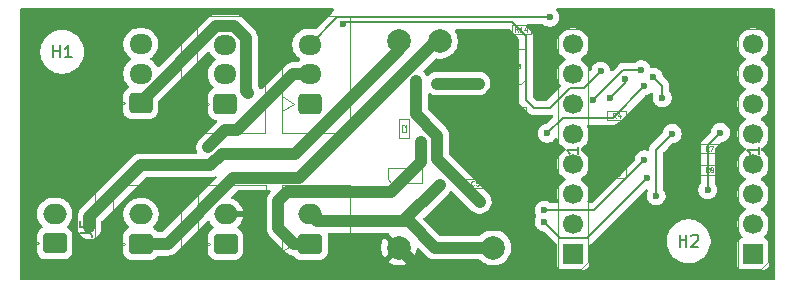
<source format=gbr>
%TF.GenerationSoftware,KiCad,Pcbnew,9.0.3*%
%TF.CreationDate,2025-09-10T20:52:41+09:00*%
%TF.ProjectId,mirror_Shooter_v2,6d697272-6f72-45f5-9368-6f6f7465725f,rev?*%
%TF.SameCoordinates,Original*%
%TF.FileFunction,Copper,L2,Bot*%
%TF.FilePolarity,Positive*%
%FSLAX46Y46*%
G04 Gerber Fmt 4.6, Leading zero omitted, Abs format (unit mm)*
G04 Created by KiCad (PCBNEW 9.0.3) date 2025-09-10 20:52:41*
%MOMM*%
%LPD*%
G01*
G04 APERTURE LIST*
G04 Aperture macros list*
%AMRoundRect*
0 Rectangle with rounded corners*
0 $1 Rounding radius*
0 $2 $3 $4 $5 $6 $7 $8 $9 X,Y pos of 4 corners*
0 Add a 4 corners polygon primitive as box body*
4,1,4,$2,$3,$4,$5,$6,$7,$8,$9,$2,$3,0*
0 Add four circle primitives for the rounded corners*
1,1,$1+$1,$2,$3*
1,1,$1+$1,$4,$5*
1,1,$1+$1,$6,$7*
1,1,$1+$1,$8,$9*
0 Add four rect primitives between the rounded corners*
20,1,$1+$1,$2,$3,$4,$5,0*
20,1,$1+$1,$4,$5,$6,$7,0*
20,1,$1+$1,$6,$7,$8,$9,0*
20,1,$1+$1,$8,$9,$2,$3,0*%
G04 Aperture macros list end*
%TA.AperFunction,ComponentPad*%
%ADD10RoundRect,0.250000X0.750000X-0.600000X0.750000X0.600000X-0.750000X0.600000X-0.750000X-0.600000X0*%
%TD*%
%TA.AperFunction,ComponentPad*%
%ADD11O,2.000000X1.700000*%
%TD*%
%TA.AperFunction,ComponentPad*%
%ADD12C,1.700000*%
%TD*%
%TA.AperFunction,ComponentPad*%
%ADD13R,1.700000X1.700000*%
%TD*%
%TA.AperFunction,ComponentPad*%
%ADD14RoundRect,0.250000X0.725000X-0.600000X0.725000X0.600000X-0.725000X0.600000X-0.725000X-0.600000X0*%
%TD*%
%TA.AperFunction,ComponentPad*%
%ADD15O,1.950000X1.700000*%
%TD*%
%TA.AperFunction,ComponentPad*%
%ADD16C,2.000000*%
%TD*%
%TA.AperFunction,ViaPad*%
%ADD17C,0.600000*%
%TD*%
%TA.AperFunction,ViaPad*%
%ADD18C,1.000000*%
%TD*%
%TA.AperFunction,Conductor*%
%ADD19C,0.200000*%
%TD*%
%TA.AperFunction,Conductor*%
%ADD20C,1.000000*%
%TD*%
%ADD21C,0.060000*%
%ADD22C,0.150000*%
%ADD23C,0.050000*%
%ADD24C,0.100000*%
G04 APERTURE END LIST*
D10*
%TO.P,J5,1,Pin_1*%
%TO.N,Net-(J4-Pin_1)*%
X162814000Y-118324000D03*
D11*
%TO.P,J5,2,Pin_2*%
%TO.N,Net-(J5-Pin_2)*%
X162814000Y-115824000D03*
%TD*%
D12*
%TO.P,J10,8,Pin_8*%
%TO.N,unconnected-(J10-Pin_8-Pad8)*%
X206700000Y-101460000D03*
%TO.P,J10,7,Pin_7*%
%TO.N,Net-(J10-Pin_7)*%
X206700000Y-104000000D03*
%TO.P,J10,6,Pin_6*%
%TO.N,unconnected-(J10-Pin_6-Pad6)*%
X206700000Y-106540000D03*
%TO.P,J10,5,Pin_5*%
%TO.N,Net-(J10-Pin_5)*%
X206700000Y-109080000D03*
%TO.P,J10,4,Pin_4*%
%TO.N,Net-(J10-Pin_4)*%
X206700000Y-111620000D03*
%TO.P,J10,3,Pin_3*%
%TO.N,3.3v*%
X206700000Y-114160000D03*
%TO.P,J10,2,Pin_2*%
%TO.N,GND*%
X206700000Y-116700000D03*
D13*
%TO.P,J10,1,Pin_1*%
%TO.N,+5V*%
X206700000Y-119240000D03*
%TD*%
D14*
%TO.P,J1,1,Pin_1*%
%TO.N,Net-(J1-Pin_1)*%
X184400000Y-106500000D03*
D15*
%TO.P,J1,2,Pin_2*%
%TO.N,+5V*%
X184400000Y-104000000D03*
%TO.P,J1,3,Pin_3*%
%TO.N,/PWM2*%
X184400000Y-101500000D03*
%TD*%
D14*
%TO.P,J3,1,Pin_1*%
%TO.N,Net-(J3-Pin_1)*%
X170100000Y-106450000D03*
D15*
%TO.P,J3,2,Pin_2*%
%TO.N,+5V*%
X170100000Y-103950000D03*
%TO.P,J3,3,Pin_3*%
%TO.N,/PWM3*%
X170100000Y-101450000D03*
%TD*%
D14*
%TO.P,J2,1,Pin_1*%
%TO.N,Net-(J2-Pin_1)*%
X177250000Y-106500000D03*
D15*
%TO.P,J2,2,Pin_2*%
%TO.N,+5V*%
X177250000Y-104000000D03*
%TO.P,J2,3,Pin_3*%
%TO.N,/PWM1*%
X177250000Y-101500000D03*
%TD*%
D16*
%TO.P,J9,1,Pin_1*%
%TO.N,+5V*%
X199950000Y-118680900D03*
%TO.P,J9,2,Pin_2*%
%TO.N,GND*%
X191950000Y-118680900D03*
%TD*%
D10*
%TO.P,J7,1,Pin_1*%
%TO.N,Net-(J4-Pin_2)*%
X170125000Y-118350000D03*
D11*
%TO.P,J7,2,Pin_2*%
%TO.N,Net-(J5-Pin_2)*%
X170125000Y-115850000D03*
%TD*%
D10*
%TO.P,J8,1,Pin_1*%
%TO.N,Net-(J8-Pin_1)*%
X184425000Y-118350000D03*
D11*
%TO.P,J8,2,Pin_2*%
%TO.N,+5V*%
X184425000Y-115850000D03*
%TD*%
D16*
%TO.P,J4,1,Pin_1*%
%TO.N,Net-(J4-Pin_1)*%
X191950000Y-101180900D03*
%TO.P,J4,2,Pin_2*%
%TO.N,Net-(J4-Pin_2)*%
X195450000Y-101180900D03*
%TD*%
D10*
%TO.P,J6,1,Pin_1*%
%TO.N,Net-(J6-Pin_1)*%
X177275000Y-118350000D03*
D11*
%TO.P,J6,2,Pin_2*%
%TO.N,GND*%
X177275000Y-115850000D03*
%TD*%
D13*
%TO.P,J11,1,Pin_1*%
%TO.N,/TACT*%
X221950000Y-119240000D03*
D12*
%TO.P,J11,2,Pin_2*%
%TO.N,/ON1*%
X221950000Y-116700000D03*
%TO.P,J11,3,Pin_3*%
%TO.N,/ON2*%
X221950000Y-114160000D03*
%TO.P,J11,4,Pin_4*%
%TO.N,unconnected-(J11-Pin_4-Pad4)*%
X221950000Y-111620000D03*
%TO.P,J11,5,Pin_5*%
%TO.N,unconnected-(J11-Pin_5-Pad5)*%
X221950000Y-109080000D03*
%TO.P,J11,6,Pin_6*%
%TO.N,unconnected-(J11-Pin_6-Pad6)*%
X221950000Y-106540000D03*
%TO.P,J11,7,Pin_7*%
%TO.N,/ON3*%
X221950000Y-104000000D03*
%TO.P,J11,8,Pin_8*%
%TO.N,/ON4*%
X221950000Y-101460000D03*
%TD*%
D17*
%TO.N,/PWM2*%
X204724000Y-99187000D03*
%TO.N,Net-(J10-Pin_4)*%
X211074000Y-104394000D03*
X209804000Y-106045000D03*
%TO.N,/PWM3*%
X209042000Y-103759000D03*
%TO.N,+5V*%
X195400000Y-113400000D03*
X175800000Y-110200000D03*
D18*
%TO.N,Net-(J4-Pin_1)*%
X165750000Y-116950000D03*
D17*
%TO.N,GND*%
X200250000Y-101750000D03*
X196750000Y-115250000D03*
X202150000Y-117950000D03*
X199750000Y-105750000D03*
X200000000Y-111250000D03*
%TO.N,/PWM3*%
X187250000Y-99750000D03*
%TO.N,/TACT*%
X219180000Y-108940000D03*
X218100000Y-113780000D03*
%TO.N,Net-(Q1-G)*%
X204250000Y-115500000D03*
X212750000Y-111250000D03*
%TO.N,Net-(Q2-G)*%
X204250000Y-116500000D03*
X213000000Y-112750000D03*
%TO.N,Net-(Q3-G)*%
X214250000Y-106000000D03*
X213500000Y-104250000D03*
%TO.N,Net-(J8-Pin_1)*%
X193800000Y-109750000D03*
%TO.N,Net-(J3-Pin_1)*%
X179200000Y-105600000D03*
X198701000Y-104800000D03*
X195200000Y-104800000D03*
%TO.N,Net-(J1-Pin_1)*%
X198800000Y-114800000D03*
X193400000Y-104600000D03*
%TO.N,Net-(Q4-G)*%
X212750000Y-105000000D03*
X204500000Y-109000000D03*
%TO.N,Net-(J6-Pin_1)*%
X215090000Y-109020000D03*
X213730000Y-114300000D03*
%TO.N,Net-(J10-Pin_5)*%
X212471000Y-103632000D03*
X208407000Y-106172000D03*
%TD*%
D19*
%TO.N,/PWM2*%
X204686000Y-99149000D02*
X186751000Y-99149000D01*
X204724000Y-99187000D02*
X204686000Y-99149000D01*
X186751000Y-99149000D02*
X184400000Y-101500000D01*
%TO.N,/PWM3*%
X187432000Y-99568000D02*
X187250000Y-99750000D01*
X203371000Y-106851000D02*
X202692000Y-106172000D01*
X202692000Y-106172000D02*
X202692000Y-100722000D01*
X204748943Y-106851000D02*
X203371000Y-106851000D01*
X202692000Y-100722000D02*
X201538000Y-99568000D01*
X206448943Y-105151000D02*
X204748943Y-106851000D01*
X207650000Y-105151000D02*
X206448943Y-105151000D01*
X209042000Y-103759000D02*
X207650000Y-105151000D01*
X201538000Y-99568000D02*
X187432000Y-99568000D01*
%TO.N,Net-(J10-Pin_4)*%
X211074000Y-104775000D02*
X211074000Y-104394000D01*
X209804000Y-106045000D02*
X211074000Y-104775000D01*
D20*
%TO.N,Net-(J4-Pin_2)*%
X177951000Y-112799000D02*
X183502530Y-112799000D01*
X195110100Y-101180900D02*
X195450000Y-101180900D01*
X195120630Y-101180900D02*
X195450000Y-101180900D01*
X170125000Y-118350000D02*
X172400000Y-118350000D01*
X183502530Y-112799000D02*
X195120630Y-101180900D01*
X172400000Y-118350000D02*
X177951000Y-112799000D01*
%TO.N,+5V*%
X184425000Y-115850000D02*
X185034000Y-116459000D01*
X178246156Y-108753844D02*
X183000000Y-104000000D01*
X195007900Y-118680900D02*
X199950000Y-118680900D01*
X192341000Y-116459000D02*
X189600000Y-116459000D01*
X183000000Y-104000000D02*
X184400000Y-104000000D01*
X189600000Y-116459000D02*
X192786000Y-116459000D01*
X192786000Y-116459000D02*
X195007900Y-118680900D01*
X195400000Y-113400000D02*
X192341000Y-116459000D01*
X185034000Y-116459000D02*
X189600000Y-116459000D01*
X175800000Y-110200000D02*
X177246156Y-108753844D01*
X177246156Y-108753844D02*
X178246156Y-108753844D01*
%TO.N,Net-(J4-Pin_1)*%
X165750000Y-116050000D02*
X165750000Y-116950000D01*
X170080000Y-111720000D02*
X165750000Y-116050000D01*
X183140000Y-110750000D02*
X176948470Y-110750000D01*
X191950000Y-101180900D02*
X191950000Y-101940000D01*
X191950000Y-101940000D02*
X183140000Y-110750000D01*
X176948470Y-110750000D02*
X175978470Y-111720000D01*
X175978470Y-111720000D02*
X170080000Y-111720000D01*
%TO.N,GND*%
X200250000Y-105250000D02*
X199750000Y-105750000D01*
X199750000Y-111000000D02*
X200000000Y-111250000D01*
X196750000Y-115250000D02*
X198300000Y-116800000D01*
X202150000Y-117950000D02*
X202150000Y-119541000D01*
X199750000Y-105750000D02*
X199750000Y-111000000D01*
X198300000Y-116800000D02*
X201000000Y-116800000D01*
X201000000Y-116800000D02*
X202150000Y-117950000D01*
X200250000Y-101750000D02*
X200250000Y-105250000D01*
X193919100Y-120650000D02*
X191950000Y-118680900D01*
X201041000Y-120650000D02*
X193919100Y-120650000D01*
X202150000Y-119541000D02*
X201041000Y-120650000D01*
D19*
%TO.N,/TACT*%
X218100000Y-113780000D02*
X218100000Y-110020000D01*
X218100000Y-110020000D02*
X219180000Y-108940000D01*
%TO.N,Net-(Q1-G)*%
X208500000Y-115500000D02*
X212750000Y-111250000D01*
X204250000Y-115500000D02*
X208500000Y-115500000D01*
%TO.N,Net-(Q2-G)*%
X204250000Y-116500000D02*
X205601000Y-117851000D01*
X207899000Y-117851000D02*
X213000000Y-112750000D01*
X205601000Y-117851000D02*
X207899000Y-117851000D01*
%TO.N,Net-(Q3-G)*%
X214250000Y-105000000D02*
X214250000Y-106000000D01*
X213500000Y-104250000D02*
X214250000Y-105000000D01*
D20*
%TO.N,Net-(J8-Pin_1)*%
X183100000Y-118350000D02*
X184425000Y-118350000D01*
X181750000Y-117000000D02*
X183100000Y-118350000D01*
X182500000Y-114000000D02*
X181750000Y-114750000D01*
X193800000Y-111450000D02*
X191250000Y-114000000D01*
X181750000Y-114750000D02*
X181750000Y-117000000D01*
X193800000Y-109750000D02*
X193800000Y-111450000D01*
X191250000Y-114000000D02*
X182500000Y-114000000D01*
%TO.N,Net-(J3-Pin_1)*%
X179000000Y-105400000D02*
X179000000Y-100931555D01*
X170100000Y-106331556D02*
X170100000Y-106450000D01*
X179000000Y-100931555D02*
X178017445Y-99949000D01*
X198701000Y-104800000D02*
X195200000Y-104800000D01*
X178017445Y-99949000D02*
X176482556Y-99949000D01*
X176482556Y-99949000D02*
X170100000Y-106331556D01*
X179200000Y-105600000D02*
X179000000Y-105400000D01*
%TO.N,Net-(J1-Pin_1)*%
X193400000Y-107400000D02*
X195200000Y-109200000D01*
X195200000Y-109200000D02*
X195200000Y-111200000D01*
X195200000Y-111200000D02*
X198800000Y-114800000D01*
X193400000Y-104600000D02*
X193400000Y-107400000D01*
D19*
%TO.N,Net-(Q4-G)*%
X205809000Y-107691000D02*
X210059000Y-107691000D01*
X210059000Y-107691000D02*
X212750000Y-105000000D01*
X204500000Y-109000000D02*
X205809000Y-107691000D01*
%TO.N,Net-(J6-Pin_1)*%
X213730000Y-110380000D02*
X215090000Y-109020000D01*
X213730000Y-114300000D02*
X213730000Y-110380000D01*
%TO.N,Net-(J10-Pin_5)*%
X210947000Y-103632000D02*
X208407000Y-106172000D01*
X212471000Y-103632000D02*
X210947000Y-103632000D01*
%TD*%
%TA.AperFunction,Conductor*%
%TO.N,GND*%
G36*
X186379087Y-98424802D02*
G01*
X186404772Y-98428273D01*
X186412066Y-98434485D01*
X186421259Y-98437185D01*
X186438230Y-98456770D01*
X186457963Y-98473578D01*
X186460740Y-98482749D01*
X186467014Y-98489989D01*
X186470702Y-98515639D01*
X186478216Y-98540448D01*
X186475594Y-98549664D01*
X186476958Y-98559147D01*
X186466192Y-98582720D01*
X186459101Y-98607652D01*
X186449842Y-98618520D01*
X186447933Y-98622703D01*
X186442364Y-98627301D01*
X186436215Y-98634520D01*
X186426932Y-98642702D01*
X186382284Y-98668480D01*
X186270480Y-98780284D01*
X186270478Y-98780286D01*
X186267727Y-98783036D01*
X186267719Y-98783044D01*
X184909025Y-100141738D01*
X184847702Y-100175223D01*
X184801946Y-100176530D01*
X184631287Y-100149500D01*
X184168713Y-100149500D01*
X184120042Y-100157208D01*
X183958760Y-100182753D01*
X183756585Y-100248444D01*
X183567179Y-100344951D01*
X183395213Y-100469890D01*
X183244890Y-100620213D01*
X183119951Y-100792179D01*
X183023444Y-100981585D01*
X182957753Y-101183760D01*
X182924500Y-101393713D01*
X182924500Y-101606286D01*
X182951418Y-101776243D01*
X182957754Y-101816243D01*
X183012314Y-101984162D01*
X183023444Y-102018414D01*
X183119951Y-102207820D01*
X183244890Y-102379786D01*
X183395209Y-102530105D01*
X183395214Y-102530109D01*
X183559793Y-102649682D01*
X183576907Y-102671876D01*
X183596477Y-102691943D01*
X183597954Y-102699169D01*
X183602459Y-102705011D01*
X183604857Y-102732938D01*
X183610471Y-102760397D01*
X183607806Y-102767275D01*
X183608438Y-102774625D01*
X183595357Y-102799415D01*
X183585235Y-102825550D01*
X183577695Y-102832889D01*
X183575833Y-102836420D01*
X183559967Y-102850192D01*
X183559808Y-102850307D01*
X183395208Y-102969896D01*
X183393593Y-102971510D01*
X183387859Y-102975692D01*
X183359280Y-102985944D01*
X183331581Y-102998359D01*
X183323060Y-102998938D01*
X183322094Y-102999285D01*
X183321153Y-102999068D01*
X183314800Y-102999500D01*
X182901454Y-102999500D01*
X182869391Y-103005876D01*
X182869392Y-103005877D01*
X182708170Y-103037946D01*
X182708164Y-103037948D01*
X182526088Y-103113366D01*
X182526079Y-103113371D01*
X182362219Y-103222859D01*
X182362215Y-103222862D01*
X180326917Y-105258160D01*
X180303643Y-105270868D01*
X180282386Y-105286729D01*
X180273452Y-105287353D01*
X180265594Y-105291645D01*
X180239140Y-105289753D01*
X180212687Y-105291603D01*
X180204835Y-105287299D01*
X180195902Y-105286661D01*
X180174671Y-105270767D01*
X180151416Y-105258022D01*
X180145202Y-105248706D01*
X180139969Y-105244789D01*
X180130310Y-105229734D01*
X180127183Y-105223987D01*
X180086631Y-105126086D01*
X180018267Y-105023771D01*
X180015574Y-105018820D01*
X180009342Y-104989954D01*
X180000520Y-104961777D01*
X180000500Y-104959565D01*
X180000500Y-101036230D01*
X180000501Y-101036209D01*
X180000501Y-100833012D01*
X180000500Y-100833010D01*
X179992378Y-100792179D01*
X179962052Y-100639720D01*
X179891706Y-100469890D01*
X179886633Y-100457643D01*
X179886628Y-100457634D01*
X179777140Y-100293774D01*
X179777137Y-100293770D01*
X178801654Y-99318289D01*
X178801651Y-99318285D01*
X178801651Y-99318286D01*
X178794584Y-99311219D01*
X178794584Y-99311218D01*
X178655227Y-99171861D01*
X178655226Y-99171860D01*
X178655225Y-99171859D01*
X178491362Y-99062369D01*
X178491359Y-99062368D01*
X178361123Y-99008423D01*
X178309281Y-98986949D01*
X178309273Y-98986947D01*
X178141137Y-98953503D01*
X178141135Y-98953502D01*
X178115986Y-98948500D01*
X176384015Y-98948500D01*
X176358864Y-98953503D01*
X176358863Y-98953503D01*
X176190727Y-98986947D01*
X176190719Y-98986949D01*
X176138878Y-99008423D01*
X176008638Y-99062369D01*
X175910101Y-99128211D01*
X175910100Y-99128212D01*
X175844771Y-99171862D01*
X175844770Y-99171863D01*
X171633859Y-103382775D01*
X171572536Y-103416260D01*
X171502844Y-103411276D01*
X171446911Y-103369404D01*
X171435693Y-103351388D01*
X171380050Y-103242182D01*
X171255109Y-103070213D01*
X171104792Y-102919896D01*
X171104784Y-102919890D01*
X170940204Y-102800316D01*
X170897540Y-102744989D01*
X170891561Y-102675376D01*
X170924166Y-102613580D01*
X170940199Y-102599686D01*
X171104792Y-102480104D01*
X171255104Y-102329792D01*
X171255106Y-102329788D01*
X171255109Y-102329786D01*
X171380048Y-102157820D01*
X171380047Y-102157820D01*
X171380051Y-102157816D01*
X171476557Y-101968412D01*
X171542246Y-101766243D01*
X171575500Y-101556287D01*
X171575500Y-101343713D01*
X171542246Y-101133757D01*
X171476557Y-100931588D01*
X171380051Y-100742184D01*
X171380049Y-100742181D01*
X171380048Y-100742179D01*
X171255109Y-100570213D01*
X171104786Y-100419890D01*
X170932820Y-100294951D01*
X170743414Y-100198444D01*
X170743413Y-100198443D01*
X170743412Y-100198443D01*
X170541243Y-100132754D01*
X170541241Y-100132753D01*
X170541240Y-100132753D01*
X170379957Y-100107208D01*
X170331287Y-100099500D01*
X169868713Y-100099500D01*
X169820042Y-100107208D01*
X169658760Y-100132753D01*
X169456585Y-100198444D01*
X169267179Y-100294951D01*
X169095213Y-100419890D01*
X168944890Y-100570213D01*
X168819951Y-100742179D01*
X168723444Y-100931585D01*
X168657753Y-101133760D01*
X168624500Y-101343713D01*
X168624500Y-101556286D01*
X168656273Y-101756896D01*
X168657754Y-101766243D01*
X168723092Y-101967333D01*
X168723444Y-101968414D01*
X168819951Y-102157820D01*
X168944890Y-102329786D01*
X169095209Y-102480105D01*
X169095214Y-102480109D01*
X169259793Y-102599682D01*
X169302459Y-102655011D01*
X169308438Y-102724625D01*
X169275833Y-102786420D01*
X169259793Y-102800318D01*
X169095214Y-102919890D01*
X169095209Y-102919894D01*
X168944890Y-103070213D01*
X168819951Y-103242179D01*
X168723444Y-103431585D01*
X168657753Y-103633760D01*
X168624500Y-103843713D01*
X168624500Y-104056286D01*
X168652409Y-104232500D01*
X168657754Y-104266243D01*
X168677200Y-104326092D01*
X168723444Y-104468414D01*
X168819951Y-104657820D01*
X168944890Y-104829786D01*
X169083705Y-104968601D01*
X169117190Y-105029924D01*
X169112206Y-105099616D01*
X169070334Y-105155549D01*
X169061121Y-105161821D01*
X168906342Y-105257289D01*
X168782289Y-105381342D01*
X168690187Y-105530663D01*
X168690185Y-105530668D01*
X168673617Y-105580668D01*
X168635001Y-105697203D01*
X168635001Y-105697204D01*
X168635000Y-105697204D01*
X168624500Y-105799983D01*
X168624500Y-107100001D01*
X168624501Y-107100018D01*
X168635000Y-107202796D01*
X168635001Y-107202799D01*
X168690185Y-107369331D01*
X168690187Y-107369336D01*
X168715625Y-107410577D01*
X168782288Y-107518656D01*
X168906344Y-107642712D01*
X169055666Y-107734814D01*
X169222203Y-107789999D01*
X169324991Y-107800500D01*
X170875008Y-107800499D01*
X170977797Y-107789999D01*
X171144334Y-107734814D01*
X171293656Y-107642712D01*
X171417712Y-107518656D01*
X171509814Y-107369334D01*
X171564999Y-107202797D01*
X171575500Y-107100009D01*
X171575499Y-106322336D01*
X171595183Y-106255298D01*
X171611813Y-106234661D01*
X175737446Y-102109029D01*
X175798765Y-102075547D01*
X175868457Y-102080531D01*
X175924390Y-102122403D01*
X175935608Y-102140418D01*
X175944776Y-102158412D01*
X175969951Y-102207819D01*
X176094890Y-102379786D01*
X176245209Y-102530105D01*
X176245214Y-102530109D01*
X176409793Y-102649682D01*
X176452459Y-102705011D01*
X176458438Y-102774625D01*
X176425833Y-102836420D01*
X176409793Y-102850318D01*
X176245214Y-102969890D01*
X176245209Y-102969894D01*
X176094890Y-103120213D01*
X175969951Y-103292179D01*
X175873444Y-103481585D01*
X175807753Y-103683760D01*
X175774500Y-103893713D01*
X175774500Y-104106286D01*
X175799834Y-104266243D01*
X175807754Y-104316243D01*
X175870115Y-104508170D01*
X175873444Y-104518414D01*
X175969951Y-104707820D01*
X176094890Y-104879786D01*
X176233705Y-105018601D01*
X176267190Y-105079924D01*
X176262206Y-105149616D01*
X176220334Y-105205549D01*
X176211121Y-105211821D01*
X176056342Y-105307289D01*
X175932289Y-105431342D01*
X175840187Y-105580663D01*
X175840185Y-105580668D01*
X175813828Y-105660208D01*
X175785001Y-105747203D01*
X175785001Y-105747204D01*
X175785000Y-105747204D01*
X175774500Y-105849983D01*
X175774500Y-107150001D01*
X175774501Y-107150018D01*
X175785000Y-107252796D01*
X175785001Y-107252799D01*
X175840185Y-107419331D01*
X175840187Y-107419336D01*
X175860026Y-107451500D01*
X175932288Y-107568656D01*
X176056344Y-107692712D01*
X176205666Y-107784814D01*
X176372203Y-107839999D01*
X176450920Y-107848040D01*
X176515610Y-107874435D01*
X176555762Y-107931616D01*
X176558626Y-108001427D01*
X176525998Y-108059079D01*
X175022863Y-109562215D01*
X175022860Y-109562219D01*
X174913372Y-109726079D01*
X174913367Y-109726089D01*
X174837949Y-109908163D01*
X174837947Y-109908171D01*
X174799500Y-110101455D01*
X174799500Y-110298544D01*
X174835647Y-110480263D01*
X174837949Y-110491836D01*
X174858150Y-110540606D01*
X174861233Y-110548047D01*
X174868702Y-110617516D01*
X174837427Y-110679995D01*
X174777339Y-110715648D01*
X174746672Y-110719500D01*
X169981457Y-110719500D01*
X169914526Y-110732813D01*
X169914504Y-110732818D01*
X169911741Y-110733368D01*
X169788164Y-110757949D01*
X169760326Y-110769480D01*
X169751702Y-110773051D01*
X169751694Y-110773054D01*
X169606090Y-110833365D01*
X169550034Y-110870821D01*
X169442216Y-110942861D01*
X169442213Y-110942864D01*
X166163926Y-114221153D01*
X165112220Y-115272859D01*
X165112218Y-115272861D01*
X165070031Y-115315048D01*
X164972859Y-115412219D01*
X164863371Y-115576080D01*
X164863369Y-115576084D01*
X164863368Y-115576086D01*
X164838290Y-115636631D01*
X164790729Y-115751455D01*
X164790727Y-115751460D01*
X164787949Y-115758164D01*
X164787946Y-115758175D01*
X164749500Y-115951454D01*
X164749500Y-115951459D01*
X164749500Y-117048541D01*
X164749500Y-117048543D01*
X164749499Y-117048543D01*
X164787947Y-117241829D01*
X164787950Y-117241839D01*
X164863364Y-117423907D01*
X164863371Y-117423920D01*
X164972860Y-117587781D01*
X164972863Y-117587785D01*
X165112214Y-117727136D01*
X165112218Y-117727139D01*
X165276079Y-117836628D01*
X165276092Y-117836635D01*
X165458160Y-117912049D01*
X165458165Y-117912051D01*
X165458169Y-117912051D01*
X165458170Y-117912052D01*
X165651456Y-117950500D01*
X165651459Y-117950500D01*
X165848543Y-117950500D01*
X165978582Y-117924632D01*
X166041835Y-117912051D01*
X166223914Y-117836632D01*
X166387782Y-117727139D01*
X166527139Y-117587782D01*
X166636632Y-117423914D01*
X166712051Y-117241835D01*
X166734040Y-117131289D01*
X166750500Y-117048543D01*
X166750500Y-116515782D01*
X166770185Y-116448743D01*
X166786819Y-116428101D01*
X170458102Y-112756819D01*
X170519425Y-112723334D01*
X170545783Y-112720500D01*
X176077013Y-112720500D01*
X176133788Y-112709206D01*
X176227297Y-112690606D01*
X176270306Y-112682051D01*
X176347432Y-112650104D01*
X176351604Y-112648375D01*
X176355849Y-112646968D01*
X176385358Y-112645945D01*
X176417507Y-112642574D01*
X176421698Y-112644685D01*
X176425677Y-112644548D01*
X176449244Y-112658565D01*
X176479904Y-112674013D01*
X176482436Y-112678306D01*
X176485728Y-112680264D01*
X176497511Y-112703867D01*
X176515399Y-112734195D01*
X176515203Y-112739303D01*
X176516937Y-112742776D01*
X176514050Y-112769357D01*
X176512722Y-112804013D01*
X176509770Y-112808776D01*
X176509395Y-112812237D01*
X176501802Y-112821639D01*
X176482852Y-112852227D01*
X172021899Y-117313181D01*
X171960576Y-117346666D01*
X171934218Y-117349500D01*
X171578958Y-117349500D01*
X171511919Y-117329815D01*
X171473420Y-117290598D01*
X171467712Y-117281344D01*
X171343657Y-117157289D01*
X171343656Y-117157288D01*
X171194334Y-117065186D01*
X171194333Y-117065185D01*
X171188878Y-117061821D01*
X171142154Y-117009873D01*
X171130931Y-116940910D01*
X171158775Y-116876828D01*
X171166272Y-116868623D01*
X171305104Y-116729792D01*
X171430051Y-116557816D01*
X171526557Y-116368412D01*
X171592246Y-116166243D01*
X171625500Y-115956287D01*
X171625500Y-115743713D01*
X171592246Y-115533757D01*
X171526557Y-115331588D01*
X171430051Y-115142184D01*
X171430049Y-115142181D01*
X171430048Y-115142179D01*
X171305109Y-114970213D01*
X171154786Y-114819890D01*
X170982820Y-114694951D01*
X170793414Y-114598444D01*
X170793413Y-114598443D01*
X170793412Y-114598443D01*
X170591243Y-114532754D01*
X170591241Y-114532753D01*
X170591240Y-114532753D01*
X170427080Y-114506753D01*
X170381287Y-114499500D01*
X169868713Y-114499500D01*
X169822920Y-114506753D01*
X169658760Y-114532753D01*
X169456585Y-114598444D01*
X169267179Y-114694951D01*
X169095213Y-114819890D01*
X168944890Y-114970213D01*
X168819951Y-115142179D01*
X168723444Y-115331585D01*
X168657753Y-115533760D01*
X168624500Y-115743713D01*
X168624500Y-115956286D01*
X168652511Y-116133144D01*
X168657754Y-116166243D01*
X168709071Y-116324181D01*
X168723444Y-116368414D01*
X168819951Y-116557820D01*
X168944890Y-116729786D01*
X169083705Y-116868601D01*
X169117190Y-116929924D01*
X169112206Y-116999616D01*
X169070334Y-117055549D01*
X169061121Y-117061821D01*
X168906342Y-117157289D01*
X168782289Y-117281342D01*
X168690187Y-117430663D01*
X168690186Y-117430666D01*
X168635001Y-117597203D01*
X168635001Y-117597204D01*
X168635000Y-117597204D01*
X168624500Y-117699983D01*
X168624500Y-119000001D01*
X168624501Y-119000018D01*
X168635000Y-119102796D01*
X168635001Y-119102799D01*
X168680469Y-119240011D01*
X168690186Y-119269334D01*
X168782288Y-119418656D01*
X168906344Y-119542712D01*
X169055666Y-119634814D01*
X169222203Y-119689999D01*
X169324991Y-119700500D01*
X170925008Y-119700499D01*
X171027797Y-119689999D01*
X171194334Y-119634814D01*
X171343656Y-119542712D01*
X171467712Y-119418656D01*
X171473420Y-119409402D01*
X171525368Y-119362678D01*
X171578958Y-119350500D01*
X172498542Y-119350500D01*
X172522186Y-119345796D01*
X172595188Y-119331275D01*
X172691836Y-119312051D01*
X172754605Y-119286051D01*
X172873914Y-119236632D01*
X173037782Y-119127139D01*
X173177139Y-118987782D01*
X173177139Y-118987780D01*
X173187347Y-118977573D01*
X173187348Y-118977570D01*
X175727166Y-116437753D01*
X175788485Y-116404271D01*
X175858177Y-116409255D01*
X175914110Y-116451127D01*
X175925327Y-116469141D01*
X175970377Y-116557555D01*
X176095272Y-116729459D01*
X176095276Y-116729464D01*
X176234143Y-116868331D01*
X176267628Y-116929654D01*
X176262644Y-116999346D01*
X176220772Y-117055279D01*
X176211559Y-117061551D01*
X176056342Y-117157289D01*
X175932289Y-117281342D01*
X175840187Y-117430663D01*
X175840186Y-117430666D01*
X175785001Y-117597203D01*
X175785001Y-117597204D01*
X175785000Y-117597204D01*
X175774500Y-117699983D01*
X175774500Y-119000001D01*
X175774501Y-119000018D01*
X175785000Y-119102796D01*
X175785001Y-119102799D01*
X175830469Y-119240011D01*
X175840186Y-119269334D01*
X175932288Y-119418656D01*
X176056344Y-119542712D01*
X176205666Y-119634814D01*
X176372203Y-119689999D01*
X176474991Y-119700500D01*
X178075008Y-119700499D01*
X178177797Y-119689999D01*
X178344334Y-119634814D01*
X178493656Y-119542712D01*
X178617712Y-119418656D01*
X178709814Y-119269334D01*
X178764999Y-119102797D01*
X178775500Y-119000009D01*
X178775499Y-117699992D01*
X178764999Y-117597203D01*
X178709814Y-117430666D01*
X178617712Y-117281344D01*
X178493656Y-117157288D01*
X178344334Y-117065186D01*
X178344332Y-117065185D01*
X178338440Y-117061551D01*
X178291716Y-117009603D01*
X178280493Y-116940641D01*
X178308337Y-116876558D01*
X178315856Y-116868330D01*
X178454728Y-116729458D01*
X178579620Y-116557557D01*
X178676095Y-116368217D01*
X178741757Y-116166129D01*
X178741757Y-116166126D01*
X178752231Y-116100000D01*
X177708012Y-116100000D01*
X177740925Y-116042993D01*
X177775000Y-115915826D01*
X177775000Y-115784174D01*
X177740925Y-115657007D01*
X177708012Y-115600000D01*
X178752231Y-115600000D01*
X178741757Y-115533873D01*
X178741757Y-115533870D01*
X178676095Y-115331782D01*
X178579620Y-115142442D01*
X178454727Y-114970540D01*
X178454723Y-114970535D01*
X178304464Y-114820276D01*
X178304459Y-114820272D01*
X178132557Y-114695379D01*
X177943217Y-114598904D01*
X177850965Y-114568930D01*
X177793290Y-114529493D01*
X177766091Y-114465134D01*
X177778006Y-114396288D01*
X177801600Y-114363320D01*
X178329102Y-113835819D01*
X178390425Y-113802334D01*
X178416783Y-113799500D01*
X180986217Y-113799500D01*
X181053256Y-113819185D01*
X181099011Y-113871989D01*
X181108955Y-113941147D01*
X181079930Y-114004703D01*
X181073911Y-114011167D01*
X181047297Y-114037782D01*
X180972859Y-114112219D01*
X180863371Y-114276080D01*
X180863364Y-114276093D01*
X180821174Y-114377950D01*
X180821165Y-114377973D01*
X180820119Y-114380500D01*
X180787949Y-114458164D01*
X180784816Y-114473914D01*
X180782975Y-114483166D01*
X180782975Y-114483168D01*
X180749500Y-114651456D01*
X180749500Y-114651459D01*
X180749500Y-117098541D01*
X180749500Y-117098543D01*
X180749499Y-117098543D01*
X180787947Y-117291829D01*
X180787950Y-117291838D01*
X180863364Y-117473907D01*
X180863371Y-117473920D01*
X180972859Y-117637780D01*
X180972860Y-117637781D01*
X180972861Y-117637782D01*
X181112218Y-117777139D01*
X181112219Y-117777139D01*
X181119286Y-117784206D01*
X181119285Y-117784206D01*
X181119288Y-117784208D01*
X182322860Y-118987781D01*
X182322861Y-118987782D01*
X182411874Y-119076795D01*
X182462219Y-119127140D01*
X182626079Y-119236628D01*
X182626086Y-119236632D01*
X182745395Y-119286051D01*
X182808164Y-119312051D01*
X182904812Y-119331275D01*
X182992688Y-119348755D01*
X183054599Y-119381140D01*
X183074032Y-119405272D01*
X183082288Y-119418656D01*
X183206344Y-119542712D01*
X183355666Y-119634814D01*
X183522203Y-119689999D01*
X183624991Y-119700500D01*
X185225008Y-119700499D01*
X185327797Y-119689999D01*
X185494334Y-119634814D01*
X185643656Y-119542712D01*
X185767712Y-119418656D01*
X185859814Y-119269334D01*
X185914999Y-119102797D01*
X185925500Y-119000009D01*
X185925499Y-118342135D01*
X185925499Y-117699998D01*
X185925498Y-117699983D01*
X185924818Y-117693325D01*
X185914999Y-117597203D01*
X185914998Y-117597200D01*
X185914886Y-117596102D01*
X185927656Y-117527409D01*
X185975536Y-117476525D01*
X186038244Y-117459500D01*
X189501459Y-117459500D01*
X191030792Y-117459500D01*
X191097831Y-117479185D01*
X191118473Y-117495819D01*
X191738941Y-118116287D01*
X191718409Y-118121789D01*
X191581592Y-118200781D01*
X191469881Y-118312492D01*
X191390889Y-118449309D01*
X191385387Y-118469841D01*
X190727340Y-117811794D01*
X190667084Y-117894730D01*
X190559897Y-118105097D01*
X190486934Y-118329652D01*
X190450000Y-118562847D01*
X190450000Y-118798952D01*
X190486934Y-119032147D01*
X190559897Y-119256702D01*
X190667087Y-119467074D01*
X190727338Y-119550004D01*
X190727340Y-119550005D01*
X191385387Y-118891958D01*
X191390889Y-118912491D01*
X191469881Y-119049308D01*
X191581592Y-119161019D01*
X191718409Y-119240011D01*
X191738940Y-119245512D01*
X191080893Y-119903558D01*
X191163828Y-119963814D01*
X191374197Y-120071002D01*
X191598752Y-120143965D01*
X191598751Y-120143965D01*
X191831948Y-120180900D01*
X192068052Y-120180900D01*
X192301247Y-120143965D01*
X192525802Y-120071002D01*
X192736163Y-119963818D01*
X192736169Y-119963814D01*
X192819104Y-119903558D01*
X192819105Y-119903558D01*
X192161058Y-119245512D01*
X192181591Y-119240011D01*
X192318408Y-119161019D01*
X192430119Y-119049308D01*
X192509111Y-118912491D01*
X192514612Y-118891958D01*
X193172658Y-119550005D01*
X193172658Y-119550004D01*
X193232914Y-119467069D01*
X193232918Y-119467063D01*
X193340102Y-119256702D01*
X193413065Y-119032148D01*
X193447620Y-118813977D01*
X193477549Y-118750843D01*
X193536860Y-118713911D01*
X193606723Y-118714909D01*
X193657774Y-118745694D01*
X194227635Y-119315555D01*
X194227664Y-119315586D01*
X194370114Y-119458036D01*
X194370118Y-119458039D01*
X194533979Y-119567528D01*
X194533992Y-119567535D01*
X194662733Y-119620861D01*
X194716059Y-119642949D01*
X194716064Y-119642951D01*
X194793782Y-119658410D01*
X194821874Y-119663998D01*
X194909356Y-119681400D01*
X194909359Y-119681400D01*
X194909360Y-119681400D01*
X195106440Y-119681400D01*
X198777111Y-119681400D01*
X198844150Y-119701085D01*
X198864792Y-119717719D01*
X198972490Y-119825417D01*
X199163567Y-119964243D01*
X199262991Y-120014902D01*
X199374003Y-120071466D01*
X199374005Y-120071466D01*
X199374008Y-120071468D01*
X199494412Y-120110589D01*
X199598631Y-120144453D01*
X199831903Y-120181400D01*
X199831908Y-120181400D01*
X200068097Y-120181400D01*
X200301368Y-120144453D01*
X200321647Y-120137864D01*
X200525992Y-120071468D01*
X200736433Y-119964243D01*
X200927510Y-119825417D01*
X201094517Y-119658410D01*
X201233343Y-119467333D01*
X201340568Y-119256892D01*
X201413553Y-119032268D01*
X201418662Y-119000009D01*
X201450500Y-118798997D01*
X201450500Y-118562802D01*
X201413553Y-118329531D01*
X201379689Y-118225312D01*
X201340568Y-118104908D01*
X201340566Y-118104905D01*
X201340566Y-118104903D01*
X201242301Y-117912049D01*
X201233343Y-117894467D01*
X201094517Y-117703390D01*
X200927510Y-117536383D01*
X200736433Y-117397557D01*
X200525996Y-117290333D01*
X200301368Y-117217346D01*
X200068097Y-117180400D01*
X200068092Y-117180400D01*
X199831908Y-117180400D01*
X199831903Y-117180400D01*
X199598631Y-117217346D01*
X199374003Y-117290333D01*
X199163566Y-117397557D01*
X199078310Y-117459500D01*
X198972490Y-117536383D01*
X198972488Y-117536385D01*
X198972487Y-117536385D01*
X198864792Y-117644081D01*
X198803469Y-117677566D01*
X198777111Y-117680400D01*
X195473682Y-117680400D01*
X195406643Y-117660715D01*
X195386001Y-117644081D01*
X194066101Y-116324181D01*
X194032616Y-116262858D01*
X194037600Y-116193166D01*
X194066101Y-116148819D01*
X195086820Y-115128101D01*
X196177139Y-114037782D01*
X196271728Y-113896216D01*
X196325337Y-113851415D01*
X196394662Y-113842706D01*
X196457690Y-113872861D01*
X196462509Y-113877429D01*
X198162215Y-115577136D01*
X198162219Y-115577139D01*
X198326079Y-115686627D01*
X198326083Y-115686629D01*
X198326086Y-115686631D01*
X198508164Y-115762051D01*
X198701455Y-115800499D01*
X198701458Y-115800500D01*
X198701460Y-115800500D01*
X198898542Y-115800500D01*
X198898543Y-115800499D01*
X199091836Y-115762051D01*
X199273914Y-115686631D01*
X199437781Y-115577139D01*
X199577139Y-115437781D01*
X199686631Y-115273914D01*
X199762051Y-115091836D01*
X199800500Y-114898540D01*
X199800500Y-114701460D01*
X199800500Y-114701457D01*
X199800499Y-114701455D01*
X199795915Y-114678412D01*
X199762051Y-114508164D01*
X199686631Y-114326086D01*
X199686629Y-114326083D01*
X199686627Y-114326079D01*
X199577139Y-114162219D01*
X199577136Y-114162215D01*
X196236819Y-110821898D01*
X196203334Y-110760575D01*
X196200500Y-110734217D01*
X196200500Y-109101458D01*
X196200499Y-109101457D01*
X196189405Y-109045679D01*
X196162051Y-108908164D01*
X196103373Y-108766503D01*
X196086632Y-108726086D01*
X195977139Y-108562218D01*
X195837782Y-108422861D01*
X195837781Y-108422860D01*
X194436819Y-107021898D01*
X194403334Y-106960575D01*
X194400500Y-106934217D01*
X194400500Y-105701070D01*
X194420185Y-105634031D01*
X194472989Y-105588276D01*
X194542147Y-105578332D01*
X194593391Y-105597968D01*
X194726079Y-105686628D01*
X194726092Y-105686635D01*
X194872311Y-105747200D01*
X194908165Y-105762051D01*
X194908169Y-105762051D01*
X194908170Y-105762052D01*
X195101456Y-105800500D01*
X195101459Y-105800500D01*
X198799543Y-105800500D01*
X198970418Y-105766510D01*
X198992835Y-105762051D01*
X199174914Y-105686632D01*
X199338782Y-105577139D01*
X199478139Y-105437782D01*
X199587632Y-105273914D01*
X199594158Y-105258160D01*
X199635017Y-105159516D01*
X199663051Y-105091835D01*
X199687564Y-104968601D01*
X199701500Y-104898543D01*
X199701500Y-104701456D01*
X199663052Y-104508170D01*
X199663051Y-104508169D01*
X199663051Y-104508165D01*
X199593973Y-104341394D01*
X199587635Y-104326092D01*
X199587628Y-104326079D01*
X199478139Y-104162218D01*
X199478136Y-104162214D01*
X199338785Y-104022863D01*
X199338781Y-104022860D01*
X199174920Y-103913371D01*
X199174907Y-103913364D01*
X198992839Y-103837950D01*
X198992829Y-103837947D01*
X198799543Y-103799500D01*
X198799541Y-103799500D01*
X195101459Y-103799500D01*
X195101457Y-103799500D01*
X194908170Y-103837947D01*
X194908160Y-103837950D01*
X194726092Y-103913364D01*
X194726079Y-103913371D01*
X194562218Y-104022860D01*
X194462509Y-104122569D01*
X194401186Y-104156053D01*
X194331494Y-104151069D01*
X194275561Y-104109197D01*
X194271726Y-104103777D01*
X194177142Y-103962222D01*
X194177136Y-103962214D01*
X194053367Y-103838445D01*
X194019882Y-103777122D01*
X194024866Y-103707430D01*
X194053367Y-103663083D01*
X194493591Y-103222859D01*
X195030964Y-102685485D01*
X195092285Y-102652002D01*
X195138041Y-102650695D01*
X195331903Y-102681400D01*
X195331908Y-102681400D01*
X195568097Y-102681400D01*
X195801368Y-102644453D01*
X195821471Y-102637921D01*
X196025992Y-102571468D01*
X196236433Y-102464243D01*
X196427510Y-102325417D01*
X196594517Y-102158410D01*
X196733343Y-101967333D01*
X196840568Y-101756892D01*
X196913553Y-101532268D01*
X196935498Y-101393713D01*
X196950500Y-101298997D01*
X196950500Y-101062802D01*
X196913553Y-100829531D01*
X196851879Y-100639719D01*
X196840568Y-100604908D01*
X196840566Y-100604905D01*
X196840566Y-100604903D01*
X196782130Y-100490216D01*
X196733343Y-100394467D01*
X196712213Y-100365385D01*
X196688734Y-100299580D01*
X196704559Y-100231526D01*
X196754664Y-100182831D01*
X196812532Y-100168500D01*
X201237903Y-100168500D01*
X201304942Y-100188185D01*
X201325584Y-100204819D01*
X202055181Y-100934416D01*
X202088666Y-100995739D01*
X202091500Y-101022097D01*
X202091500Y-106085330D01*
X202091499Y-106085348D01*
X202091499Y-106251054D01*
X202091498Y-106251054D01*
X202132423Y-106403787D01*
X202138156Y-106413716D01*
X202138158Y-106413718D01*
X202211477Y-106540712D01*
X202211481Y-106540717D01*
X202330349Y-106659585D01*
X202330355Y-106659590D01*
X202886139Y-107215374D01*
X202886149Y-107215385D01*
X202890479Y-107219715D01*
X202890480Y-107219716D01*
X203002284Y-107331520D01*
X203067782Y-107369334D01*
X203089095Y-107381639D01*
X203089097Y-107381641D01*
X203127151Y-107403611D01*
X203139215Y-107410577D01*
X203291943Y-107451501D01*
X203291946Y-107451501D01*
X203457653Y-107451501D01*
X203457669Y-107451500D01*
X204662274Y-107451500D01*
X204662290Y-107451501D01*
X204669886Y-107451501D01*
X204827998Y-107451501D01*
X204828000Y-107451501D01*
X204888151Y-107435383D01*
X204957998Y-107437044D01*
X205015862Y-107476206D01*
X205043367Y-107540434D01*
X205031781Y-107609336D01*
X205007925Y-107642838D01*
X204485339Y-108165425D01*
X204424016Y-108198910D01*
X204421850Y-108199361D01*
X204266508Y-108230261D01*
X204266498Y-108230264D01*
X204120827Y-108290602D01*
X204120814Y-108290609D01*
X203989711Y-108378210D01*
X203989707Y-108378213D01*
X203878213Y-108489707D01*
X203878210Y-108489711D01*
X203790609Y-108620814D01*
X203790602Y-108620827D01*
X203730264Y-108766498D01*
X203730261Y-108766510D01*
X203699500Y-108921153D01*
X203699500Y-109078846D01*
X203730261Y-109233489D01*
X203730264Y-109233501D01*
X203790602Y-109379172D01*
X203790609Y-109379185D01*
X203878210Y-109510288D01*
X203878213Y-109510292D01*
X203989707Y-109621786D01*
X203989711Y-109621789D01*
X204120814Y-109709390D01*
X204120827Y-109709397D01*
X204210804Y-109746666D01*
X204266503Y-109769737D01*
X204421153Y-109800499D01*
X204421156Y-109800500D01*
X204421158Y-109800500D01*
X204578844Y-109800500D01*
X204578845Y-109800499D01*
X204733497Y-109769737D01*
X204846166Y-109723067D01*
X204879172Y-109709397D01*
X204879172Y-109709396D01*
X204879179Y-109709394D01*
X205010289Y-109621789D01*
X205121789Y-109510289D01*
X205161880Y-109450289D01*
X205180272Y-109422764D01*
X205233884Y-109377958D01*
X205303209Y-109369251D01*
X205366236Y-109399405D01*
X205401304Y-109453335D01*
X205444934Y-109587613D01*
X205448444Y-109598414D01*
X205544951Y-109787820D01*
X205669890Y-109959786D01*
X205820213Y-110110109D01*
X205992182Y-110235050D01*
X206000946Y-110239516D01*
X206051742Y-110287491D01*
X206068536Y-110355312D01*
X206045998Y-110421447D01*
X206000946Y-110460484D01*
X205992182Y-110464949D01*
X205820213Y-110589890D01*
X205669890Y-110740213D01*
X205544951Y-110912179D01*
X205448444Y-111101585D01*
X205382753Y-111303760D01*
X205349500Y-111513713D01*
X205349500Y-111726286D01*
X205378972Y-111912368D01*
X205382754Y-111936243D01*
X205444930Y-112127601D01*
X205448444Y-112138414D01*
X205544951Y-112327820D01*
X205669890Y-112499786D01*
X205820213Y-112650109D01*
X205992182Y-112775050D01*
X206000946Y-112779516D01*
X206051742Y-112827491D01*
X206068536Y-112895312D01*
X206045998Y-112961447D01*
X206000946Y-113000484D01*
X205992182Y-113004949D01*
X205820213Y-113129890D01*
X205669890Y-113280213D01*
X205544951Y-113452179D01*
X205448444Y-113641585D01*
X205382753Y-113843760D01*
X205370549Y-113920814D01*
X205349500Y-114053713D01*
X205349500Y-114266287D01*
X205353302Y-114290289D01*
X205382319Y-114473500D01*
X205382754Y-114476243D01*
X205445368Y-114668949D01*
X205448444Y-114678414D01*
X205469228Y-114719205D01*
X205482124Y-114787874D01*
X205455848Y-114852615D01*
X205398741Y-114892872D01*
X205358743Y-114899500D01*
X204829766Y-114899500D01*
X204762727Y-114879815D01*
X204760875Y-114878602D01*
X204629185Y-114790609D01*
X204629172Y-114790602D01*
X204483501Y-114730264D01*
X204483489Y-114730261D01*
X204328845Y-114699500D01*
X204328842Y-114699500D01*
X204171158Y-114699500D01*
X204171155Y-114699500D01*
X204016510Y-114730261D01*
X204016498Y-114730264D01*
X203870827Y-114790602D01*
X203870814Y-114790609D01*
X203739711Y-114878210D01*
X203739707Y-114878213D01*
X203628213Y-114989707D01*
X203628210Y-114989711D01*
X203540609Y-115120814D01*
X203540602Y-115120827D01*
X203480264Y-115266498D01*
X203480261Y-115266510D01*
X203449500Y-115421153D01*
X203449500Y-115578846D01*
X203480261Y-115733489D01*
X203480264Y-115733501D01*
X203540602Y-115879172D01*
X203540609Y-115879185D01*
X203575304Y-115931109D01*
X203596182Y-115997786D01*
X203577698Y-116065167D01*
X203575304Y-116068891D01*
X203540609Y-116120814D01*
X203540602Y-116120827D01*
X203480264Y-116266498D01*
X203480261Y-116266510D01*
X203449500Y-116421153D01*
X203449500Y-116578846D01*
X203480261Y-116733488D01*
X203480264Y-116733501D01*
X203540602Y-116879172D01*
X203540609Y-116879185D01*
X203628210Y-117010288D01*
X203628213Y-117010292D01*
X203739707Y-117121786D01*
X203739711Y-117121789D01*
X203870814Y-117209390D01*
X203870827Y-117209397D01*
X203970060Y-117250500D01*
X204016503Y-117269737D01*
X204074845Y-117281342D01*
X204171849Y-117300638D01*
X204233760Y-117333023D01*
X204235337Y-117334572D01*
X205232284Y-118331520D01*
X205232285Y-118331521D01*
X205232287Y-118331522D01*
X205250670Y-118342135D01*
X205287499Y-118363398D01*
X205335715Y-118413963D01*
X205349500Y-118470785D01*
X205349500Y-120137870D01*
X205349501Y-120137876D01*
X205355908Y-120197483D01*
X205406202Y-120332328D01*
X205406206Y-120332335D01*
X205492452Y-120447544D01*
X205492455Y-120447547D01*
X205607664Y-120533793D01*
X205607671Y-120533797D01*
X205742517Y-120584091D01*
X205742516Y-120584091D01*
X205749444Y-120584835D01*
X205802127Y-120590500D01*
X207597872Y-120590499D01*
X207657483Y-120584091D01*
X207792331Y-120533796D01*
X207907546Y-120447546D01*
X207993796Y-120332331D01*
X208044091Y-120197483D01*
X208050500Y-120137873D01*
X208050499Y-118526685D01*
X208054233Y-118513967D01*
X208053242Y-118500748D01*
X208063887Y-118481091D01*
X208070184Y-118459647D01*
X208080946Y-118449592D01*
X208086515Y-118439309D01*
X208105783Y-118426386D01*
X208114696Y-118418060D01*
X208125920Y-118411880D01*
X208130785Y-118410577D01*
X208180904Y-118381639D01*
X208267716Y-118331520D01*
X208379520Y-118219716D01*
X208379520Y-118219714D01*
X208389728Y-118209507D01*
X208389729Y-118209504D01*
X208580522Y-118018711D01*
X214639500Y-118018711D01*
X214639500Y-118261288D01*
X214671161Y-118501785D01*
X214733947Y-118736104D01*
X214807009Y-118912491D01*
X214826776Y-118960212D01*
X214948064Y-119170289D01*
X214948066Y-119170292D01*
X214948067Y-119170293D01*
X215095733Y-119362736D01*
X215095739Y-119362743D01*
X215267256Y-119534260D01*
X215267263Y-119534266D01*
X215287775Y-119550005D01*
X215459711Y-119681936D01*
X215669788Y-119803224D01*
X215893900Y-119896054D01*
X216128211Y-119958838D01*
X216308586Y-119982584D01*
X216368711Y-119990500D01*
X216368712Y-119990500D01*
X216611289Y-119990500D01*
X216659388Y-119984167D01*
X216851789Y-119958838D01*
X217086100Y-119896054D01*
X217310212Y-119803224D01*
X217520289Y-119681936D01*
X217712738Y-119534265D01*
X217884265Y-119362738D01*
X218031936Y-119170289D01*
X218153224Y-118960212D01*
X218246054Y-118736100D01*
X218308838Y-118501789D01*
X218340500Y-118261288D01*
X218340500Y-118018712D01*
X218308838Y-117778211D01*
X218246054Y-117543900D01*
X218153224Y-117319788D01*
X218031936Y-117109711D01*
X217884265Y-116917262D01*
X217884260Y-116917256D01*
X217712743Y-116745739D01*
X217712736Y-116745733D01*
X217520293Y-116598067D01*
X217520292Y-116598066D01*
X217520289Y-116598064D01*
X217310212Y-116476776D01*
X217310205Y-116476773D01*
X217086104Y-116383947D01*
X216851785Y-116321161D01*
X216611289Y-116289500D01*
X216611288Y-116289500D01*
X216368712Y-116289500D01*
X216368711Y-116289500D01*
X216128214Y-116321161D01*
X215893895Y-116383947D01*
X215669794Y-116476773D01*
X215669785Y-116476777D01*
X215459706Y-116598067D01*
X215267263Y-116745733D01*
X215267256Y-116745739D01*
X215095739Y-116917256D01*
X215095733Y-116917263D01*
X214948067Y-117109706D01*
X214948064Y-117109710D01*
X214948064Y-117109711D01*
X214941091Y-117121789D01*
X214826777Y-117319785D01*
X214826773Y-117319794D01*
X214733947Y-117543895D01*
X214671161Y-117778214D01*
X214639500Y-118018711D01*
X208580522Y-118018711D01*
X212822441Y-113776793D01*
X212883762Y-113743310D01*
X212953454Y-113748294D01*
X213009387Y-113790166D01*
X213033804Y-113855630D01*
X213021276Y-113914504D01*
X213022937Y-113915192D01*
X212960264Y-114066498D01*
X212960261Y-114066510D01*
X212929500Y-114221153D01*
X212929500Y-114378846D01*
X212960261Y-114533489D01*
X212960264Y-114533501D01*
X213020602Y-114679172D01*
X213020609Y-114679185D01*
X213108210Y-114810288D01*
X213108213Y-114810292D01*
X213219707Y-114921786D01*
X213219711Y-114921789D01*
X213350814Y-115009390D01*
X213350827Y-115009397D01*
X213439329Y-115046055D01*
X213496503Y-115069737D01*
X213651153Y-115100499D01*
X213651156Y-115100500D01*
X213651158Y-115100500D01*
X213808844Y-115100500D01*
X213808845Y-115100499D01*
X213963497Y-115069737D01*
X214109179Y-115009394D01*
X214240289Y-114921789D01*
X214351789Y-114810289D01*
X214439394Y-114679179D01*
X214499737Y-114533497D01*
X214530500Y-114378842D01*
X214530500Y-114221158D01*
X214530500Y-114221155D01*
X214530499Y-114221153D01*
X214518173Y-114159185D01*
X214499737Y-114066503D01*
X214487842Y-114037786D01*
X214439397Y-113920827D01*
X214439390Y-113920814D01*
X214351398Y-113789125D01*
X214345747Y-113771078D01*
X214335523Y-113755169D01*
X214331071Y-113724207D01*
X214330520Y-113722447D01*
X214330500Y-113720234D01*
X214330500Y-113701153D01*
X217299500Y-113701153D01*
X217299500Y-113858846D01*
X217330261Y-114013489D01*
X217330264Y-114013501D01*
X217390602Y-114159172D01*
X217390609Y-114159185D01*
X217478210Y-114290288D01*
X217478213Y-114290292D01*
X217589707Y-114401786D01*
X217589711Y-114401789D01*
X217720814Y-114489390D01*
X217720827Y-114489397D01*
X217866498Y-114549735D01*
X217866503Y-114549737D01*
X218021153Y-114580499D01*
X218021156Y-114580500D01*
X218021158Y-114580500D01*
X218178844Y-114580500D01*
X218178845Y-114580499D01*
X218333497Y-114549737D01*
X218479179Y-114489394D01*
X218610289Y-114401789D01*
X218721789Y-114290289D01*
X218809394Y-114159179D01*
X218869737Y-114013497D01*
X218900500Y-113858842D01*
X218900500Y-113701158D01*
X218900500Y-113701155D01*
X218900499Y-113701153D01*
X218869738Y-113546510D01*
X218869737Y-113546503D01*
X218830667Y-113452179D01*
X218809397Y-113400827D01*
X218809390Y-113400814D01*
X218721398Y-113269125D01*
X218700520Y-113202447D01*
X218700500Y-113200234D01*
X218700500Y-110320097D01*
X218720185Y-110253058D01*
X218736819Y-110232416D01*
X218957953Y-110011282D01*
X219194664Y-109774571D01*
X219255985Y-109741088D01*
X219258152Y-109740637D01*
X219258841Y-109740500D01*
X219258842Y-109740500D01*
X219413497Y-109709737D01*
X219526166Y-109663067D01*
X219559172Y-109649397D01*
X219559172Y-109649396D01*
X219559179Y-109649394D01*
X219690289Y-109561789D01*
X219801789Y-109450289D01*
X219889394Y-109319179D01*
X219949737Y-109173497D01*
X219980500Y-109018842D01*
X219980500Y-108861158D01*
X219980500Y-108861155D01*
X219980499Y-108861153D01*
X219961126Y-108763760D01*
X219949737Y-108706503D01*
X219949735Y-108706498D01*
X219889397Y-108560827D01*
X219889390Y-108560814D01*
X219801789Y-108429711D01*
X219801786Y-108429707D01*
X219690292Y-108318213D01*
X219690288Y-108318210D01*
X219559185Y-108230609D01*
X219559172Y-108230602D01*
X219413501Y-108170264D01*
X219413489Y-108170261D01*
X219258845Y-108139500D01*
X219258842Y-108139500D01*
X219101158Y-108139500D01*
X219101155Y-108139500D01*
X218946510Y-108170261D01*
X218946498Y-108170264D01*
X218800827Y-108230602D01*
X218800814Y-108230609D01*
X218669711Y-108318210D01*
X218669707Y-108318213D01*
X218558213Y-108429707D01*
X218558210Y-108429711D01*
X218470609Y-108560814D01*
X218470602Y-108560827D01*
X218410264Y-108706498D01*
X218410261Y-108706508D01*
X218379362Y-108861848D01*
X218346977Y-108923759D01*
X218345426Y-108925337D01*
X217731286Y-109539478D01*
X217619481Y-109651282D01*
X217619479Y-109651285D01*
X217574385Y-109729392D01*
X217574384Y-109729393D01*
X217540423Y-109788214D01*
X217540423Y-109788215D01*
X217499499Y-109940943D01*
X217499499Y-109940945D01*
X217499499Y-110109046D01*
X217499500Y-110109059D01*
X217499500Y-113200234D01*
X217479815Y-113267273D01*
X217478602Y-113269125D01*
X217390609Y-113400814D01*
X217390602Y-113400827D01*
X217330264Y-113546498D01*
X217330261Y-113546510D01*
X217299500Y-113701153D01*
X214330500Y-113701153D01*
X214330500Y-110680097D01*
X214350185Y-110613058D01*
X214366819Y-110592416D01*
X214726819Y-110232416D01*
X215104662Y-109854572D01*
X215165983Y-109821089D01*
X215168150Y-109820638D01*
X215226085Y-109809113D01*
X215323497Y-109789737D01*
X215469179Y-109729394D01*
X215600289Y-109641789D01*
X215711789Y-109530289D01*
X215799394Y-109399179D01*
X215859737Y-109253497D01*
X215890500Y-109098842D01*
X215890500Y-108941158D01*
X215890500Y-108941155D01*
X215890499Y-108941153D01*
X215880575Y-108891264D01*
X215859737Y-108786503D01*
X215859735Y-108786498D01*
X215799397Y-108640827D01*
X215799390Y-108640814D01*
X215711789Y-108509711D01*
X215711786Y-108509707D01*
X215600292Y-108398213D01*
X215600288Y-108398210D01*
X215469185Y-108310609D01*
X215469172Y-108310602D01*
X215323501Y-108250264D01*
X215323489Y-108250261D01*
X215168845Y-108219500D01*
X215168842Y-108219500D01*
X215011158Y-108219500D01*
X215011155Y-108219500D01*
X214856510Y-108250261D01*
X214856498Y-108250264D01*
X214710827Y-108310602D01*
X214710814Y-108310609D01*
X214579711Y-108398210D01*
X214579707Y-108398213D01*
X214468213Y-108509707D01*
X214468210Y-108509711D01*
X214380609Y-108640814D01*
X214380602Y-108640827D01*
X214320264Y-108786498D01*
X214320261Y-108786508D01*
X214289361Y-108941850D01*
X214256976Y-109003761D01*
X214255425Y-109005339D01*
X213249481Y-110011282D01*
X213249477Y-110011287D01*
X213205979Y-110086630D01*
X213205979Y-110086631D01*
X213170423Y-110148214D01*
X213170423Y-110148215D01*
X213129499Y-110300943D01*
X213129499Y-110300945D01*
X213129499Y-110358210D01*
X213109814Y-110425249D01*
X213057010Y-110471004D01*
X212987852Y-110480948D01*
X212981308Y-110479827D01*
X212828845Y-110449500D01*
X212828842Y-110449500D01*
X212671158Y-110449500D01*
X212671155Y-110449500D01*
X212516510Y-110480261D01*
X212516498Y-110480264D01*
X212370827Y-110540602D01*
X212370814Y-110540609D01*
X212239711Y-110628210D01*
X212239707Y-110628213D01*
X212128213Y-110739707D01*
X212128210Y-110739711D01*
X212040609Y-110870814D01*
X212040602Y-110870827D01*
X211980264Y-111016498D01*
X211980261Y-111016508D01*
X211949362Y-111171848D01*
X211916977Y-111233759D01*
X211915426Y-111235337D01*
X208287584Y-114863181D01*
X208260656Y-114877884D01*
X208234838Y-114894477D01*
X208228637Y-114895368D01*
X208226261Y-114896666D01*
X208199903Y-114899500D01*
X208041257Y-114899500D01*
X207974218Y-114879815D01*
X207928463Y-114827011D01*
X207918519Y-114757853D01*
X207930772Y-114719205D01*
X207940812Y-114699500D01*
X207951557Y-114678412D01*
X208017246Y-114476243D01*
X208050500Y-114266287D01*
X208050500Y-114053713D01*
X208017246Y-113843757D01*
X207951557Y-113641588D01*
X207855051Y-113452184D01*
X207855049Y-113452181D01*
X207855048Y-113452179D01*
X207730109Y-113280213D01*
X207579786Y-113129890D01*
X207407820Y-113004951D01*
X207407115Y-113004591D01*
X207399054Y-113000485D01*
X207348259Y-112952512D01*
X207331463Y-112884692D01*
X207353999Y-112818556D01*
X207399054Y-112779515D01*
X207407816Y-112775051D01*
X207482900Y-112720500D01*
X207579786Y-112650109D01*
X207579792Y-112650104D01*
X207623264Y-112606632D01*
X207730104Y-112499792D01*
X207730106Y-112499788D01*
X207730109Y-112499786D01*
X207855048Y-112327820D01*
X207855047Y-112327820D01*
X207855051Y-112327816D01*
X207951557Y-112138412D01*
X208017246Y-111936243D01*
X208050500Y-111726287D01*
X208050500Y-111513713D01*
X208017246Y-111303757D01*
X207951557Y-111101588D01*
X207855051Y-110912184D01*
X207855049Y-110912181D01*
X207855048Y-110912179D01*
X207730109Y-110740213D01*
X207579786Y-110589890D01*
X207407820Y-110464951D01*
X207407115Y-110464591D01*
X207399054Y-110460485D01*
X207348259Y-110412512D01*
X207331463Y-110344692D01*
X207353999Y-110278556D01*
X207399054Y-110239515D01*
X207407816Y-110235051D01*
X207429789Y-110219086D01*
X207579786Y-110110109D01*
X207579788Y-110110106D01*
X207579792Y-110110104D01*
X207730104Y-109959792D01*
X207730106Y-109959788D01*
X207730109Y-109959786D01*
X207855048Y-109787820D01*
X207855047Y-109787820D01*
X207855051Y-109787816D01*
X207951557Y-109598412D01*
X208017246Y-109396243D01*
X208050500Y-109186287D01*
X208050500Y-108973713D01*
X208017246Y-108763757D01*
X207951557Y-108561588D01*
X207905804Y-108471794D01*
X207892909Y-108403126D01*
X207919185Y-108338385D01*
X207976291Y-108298128D01*
X208016290Y-108291500D01*
X209972331Y-108291500D01*
X209972347Y-108291501D01*
X209979943Y-108291501D01*
X210138054Y-108291501D01*
X210138057Y-108291501D01*
X210290785Y-108250577D01*
X210378026Y-108200208D01*
X210427716Y-108171520D01*
X210539520Y-108059716D01*
X210539520Y-108059714D01*
X210549724Y-108049511D01*
X210549727Y-108049506D01*
X212764664Y-105834571D01*
X212825985Y-105801088D01*
X212828152Y-105800637D01*
X212828841Y-105800500D01*
X212828842Y-105800500D01*
X212983497Y-105769737D01*
X213129179Y-105709394D01*
X213260289Y-105621789D01*
X213297331Y-105584747D01*
X213358653Y-105551261D01*
X213428345Y-105556245D01*
X213484279Y-105598115D01*
X213508697Y-105663579D01*
X213499575Y-105719878D01*
X213480263Y-105766502D01*
X213480261Y-105766510D01*
X213449500Y-105921153D01*
X213449500Y-106078846D01*
X213480261Y-106233489D01*
X213480264Y-106233501D01*
X213540602Y-106379172D01*
X213540609Y-106379185D01*
X213628210Y-106510288D01*
X213628213Y-106510292D01*
X213739707Y-106621786D01*
X213739711Y-106621789D01*
X213870814Y-106709390D01*
X213870827Y-106709397D01*
X214016498Y-106769735D01*
X214016503Y-106769737D01*
X214137405Y-106793786D01*
X214171153Y-106800499D01*
X214171156Y-106800500D01*
X214171158Y-106800500D01*
X214328844Y-106800500D01*
X214328845Y-106800499D01*
X214483497Y-106769737D01*
X214629179Y-106709394D01*
X214760289Y-106621789D01*
X214871789Y-106510289D01*
X214959394Y-106379179D01*
X215019737Y-106233497D01*
X215050500Y-106078842D01*
X215050500Y-105921158D01*
X215050500Y-105921155D01*
X215050499Y-105921153D01*
X215045945Y-105898261D01*
X215019737Y-105766503D01*
X215011743Y-105747203D01*
X214959397Y-105620827D01*
X214959390Y-105620814D01*
X214871398Y-105489125D01*
X214850520Y-105422447D01*
X214850500Y-105420234D01*
X214850500Y-104920945D01*
X214850500Y-104920943D01*
X214827069Y-104833497D01*
X214809577Y-104768215D01*
X214771035Y-104701459D01*
X214730520Y-104631284D01*
X214618716Y-104519480D01*
X214614385Y-104515149D01*
X214614374Y-104515139D01*
X214334574Y-104235339D01*
X214301089Y-104174016D01*
X214300638Y-104171849D01*
X214282595Y-104081147D01*
X214269737Y-104016503D01*
X214242398Y-103950500D01*
X214209397Y-103870827D01*
X214209390Y-103870814D01*
X214121789Y-103739711D01*
X214121786Y-103739707D01*
X214010292Y-103628213D01*
X214010288Y-103628210D01*
X213879185Y-103540609D01*
X213879172Y-103540602D01*
X213733501Y-103480264D01*
X213733489Y-103480261D01*
X213578845Y-103449500D01*
X213578842Y-103449500D01*
X213421158Y-103449500D01*
X213373793Y-103458921D01*
X213304201Y-103452692D01*
X213249025Y-103409829D01*
X213235042Y-103384755D01*
X213232998Y-103379821D01*
X213217604Y-103342654D01*
X213180397Y-103252826D01*
X213180390Y-103252814D01*
X213092789Y-103121711D01*
X213092786Y-103121707D01*
X212981292Y-103010213D01*
X212981288Y-103010210D01*
X212850185Y-102922609D01*
X212850172Y-102922602D01*
X212704501Y-102862264D01*
X212704489Y-102862261D01*
X212549845Y-102831500D01*
X212549842Y-102831500D01*
X212392158Y-102831500D01*
X212392155Y-102831500D01*
X212237510Y-102862261D01*
X212237498Y-102862264D01*
X212091827Y-102922602D01*
X212091814Y-102922609D01*
X211960125Y-103010602D01*
X211893447Y-103031480D01*
X211891234Y-103031500D01*
X211026057Y-103031500D01*
X210867942Y-103031500D01*
X210843875Y-103037949D01*
X210800988Y-103049440D01*
X210715214Y-103072423D01*
X210715209Y-103072426D01*
X210578290Y-103151475D01*
X210578282Y-103151481D01*
X210466478Y-103263286D01*
X210040901Y-103688862D01*
X209979578Y-103722347D01*
X209909886Y-103717363D01*
X209853953Y-103675491D01*
X209831603Y-103625373D01*
X209811738Y-103525508D01*
X209811737Y-103525507D01*
X209811737Y-103525503D01*
X209792998Y-103480263D01*
X209751397Y-103379827D01*
X209751390Y-103379814D01*
X209663789Y-103248711D01*
X209663786Y-103248707D01*
X209552292Y-103137213D01*
X209552288Y-103137210D01*
X209421185Y-103049609D01*
X209421172Y-103049602D01*
X209275501Y-102989264D01*
X209275489Y-102989261D01*
X209120845Y-102958500D01*
X209120842Y-102958500D01*
X208963158Y-102958500D01*
X208963155Y-102958500D01*
X208808510Y-102989261D01*
X208808498Y-102989264D01*
X208662827Y-103049602D01*
X208662814Y-103049609D01*
X208531711Y-103137210D01*
X208531707Y-103137213D01*
X208420213Y-103248707D01*
X208420210Y-103248711D01*
X208332609Y-103379814D01*
X208332602Y-103379827D01*
X208272264Y-103525498D01*
X208272262Y-103525507D01*
X208248605Y-103644432D01*
X208216219Y-103706342D01*
X208155503Y-103740916D01*
X208085734Y-103737175D01*
X208029062Y-103696308D01*
X208009059Y-103658561D01*
X207951557Y-103481588D01*
X207855051Y-103292184D01*
X207855049Y-103292181D01*
X207855048Y-103292179D01*
X207730109Y-103120213D01*
X207579786Y-102969890D01*
X207407820Y-102844951D01*
X207407115Y-102844591D01*
X207399054Y-102840485D01*
X207348259Y-102792512D01*
X207331463Y-102724692D01*
X207353999Y-102658556D01*
X207399054Y-102619515D01*
X207407816Y-102615051D01*
X207467806Y-102571466D01*
X207579786Y-102490109D01*
X207579788Y-102490106D01*
X207579792Y-102490104D01*
X207730104Y-102339792D01*
X207730106Y-102339788D01*
X207730109Y-102339786D01*
X207855048Y-102167820D01*
X207855047Y-102167820D01*
X207855051Y-102167816D01*
X207951557Y-101978412D01*
X208017246Y-101776243D01*
X208050500Y-101566287D01*
X208050500Y-101353713D01*
X220599500Y-101353713D01*
X220599500Y-101566286D01*
X220631169Y-101766239D01*
X220632754Y-101776243D01*
X220695194Y-101968414D01*
X220698444Y-101978414D01*
X220794951Y-102167820D01*
X220919890Y-102339786D01*
X221070213Y-102490109D01*
X221242182Y-102615050D01*
X221250946Y-102619516D01*
X221301742Y-102667491D01*
X221318536Y-102735312D01*
X221295998Y-102801447D01*
X221250946Y-102840484D01*
X221242182Y-102844949D01*
X221070213Y-102969890D01*
X220919890Y-103120213D01*
X220794951Y-103292179D01*
X220698444Y-103481585D01*
X220632753Y-103683760D01*
X220599500Y-103893713D01*
X220599500Y-104106286D01*
X220624834Y-104266243D01*
X220632754Y-104316243D01*
X220695115Y-104508170D01*
X220698444Y-104518414D01*
X220794951Y-104707820D01*
X220919890Y-104879786D01*
X221070213Y-105030109D01*
X221242182Y-105155050D01*
X221250946Y-105159516D01*
X221301742Y-105207491D01*
X221318536Y-105275312D01*
X221295998Y-105341447D01*
X221250946Y-105380484D01*
X221242182Y-105384949D01*
X221070213Y-105509890D01*
X220919890Y-105660213D01*
X220794951Y-105832179D01*
X220698444Y-106021585D01*
X220632753Y-106223760D01*
X220608137Y-106379179D01*
X220599500Y-106433713D01*
X220599500Y-106646287D01*
X220601606Y-106659585D01*
X220630954Y-106844883D01*
X220632754Y-106856243D01*
X220684298Y-107014879D01*
X220698444Y-107058414D01*
X220794951Y-107247820D01*
X220919890Y-107419786D01*
X221070213Y-107570109D01*
X221242182Y-107695050D01*
X221250946Y-107699516D01*
X221301742Y-107747491D01*
X221318536Y-107815312D01*
X221295998Y-107881447D01*
X221250946Y-107920484D01*
X221242182Y-107924949D01*
X221070213Y-108049890D01*
X221070209Y-108049894D01*
X220919896Y-108200208D01*
X220919890Y-108200213D01*
X220794951Y-108372179D01*
X220698444Y-108561585D01*
X220632753Y-108763760D01*
X220599500Y-108973713D01*
X220599500Y-109186286D01*
X220632022Y-109391626D01*
X220632754Y-109396243D01*
X220694934Y-109587613D01*
X220698444Y-109598414D01*
X220794951Y-109787820D01*
X220919890Y-109959786D01*
X221070213Y-110110109D01*
X221242182Y-110235050D01*
X221250946Y-110239516D01*
X221301742Y-110287491D01*
X221318536Y-110355312D01*
X221295998Y-110421447D01*
X221250946Y-110460484D01*
X221242182Y-110464949D01*
X221070213Y-110589890D01*
X220919890Y-110740213D01*
X220794951Y-110912179D01*
X220698444Y-111101585D01*
X220632753Y-111303760D01*
X220599500Y-111513713D01*
X220599500Y-111726286D01*
X220628972Y-111912368D01*
X220632754Y-111936243D01*
X220694930Y-112127601D01*
X220698444Y-112138414D01*
X220794951Y-112327820D01*
X220919890Y-112499786D01*
X221070213Y-112650109D01*
X221242182Y-112775050D01*
X221250946Y-112779516D01*
X221301742Y-112827491D01*
X221318536Y-112895312D01*
X221295998Y-112961447D01*
X221250946Y-113000484D01*
X221242182Y-113004949D01*
X221070213Y-113129890D01*
X220919890Y-113280213D01*
X220794951Y-113452179D01*
X220698444Y-113641585D01*
X220632753Y-113843760D01*
X220620549Y-113920814D01*
X220599500Y-114053713D01*
X220599500Y-114266287D01*
X220603302Y-114290289D01*
X220632319Y-114473500D01*
X220632754Y-114476243D01*
X220695368Y-114668949D01*
X220698444Y-114678414D01*
X220794951Y-114867820D01*
X220919890Y-115039786D01*
X221070213Y-115190109D01*
X221242182Y-115315050D01*
X221250946Y-115319516D01*
X221301742Y-115367491D01*
X221318536Y-115435312D01*
X221295998Y-115501447D01*
X221250946Y-115540484D01*
X221242182Y-115544949D01*
X221070213Y-115669890D01*
X220919890Y-115820213D01*
X220794951Y-115992179D01*
X220698444Y-116181585D01*
X220632753Y-116383760D01*
X220602423Y-116575256D01*
X220599500Y-116593713D01*
X220599500Y-116806287D01*
X220605252Y-116842601D01*
X220631810Y-117010288D01*
X220632754Y-117016243D01*
X220664220Y-117113086D01*
X220698444Y-117218414D01*
X220794951Y-117407820D01*
X220919890Y-117579786D01*
X221033430Y-117693326D01*
X221066915Y-117754649D01*
X221061931Y-117824341D01*
X221020059Y-117880274D01*
X220989083Y-117897189D01*
X220857669Y-117946203D01*
X220857664Y-117946206D01*
X220742455Y-118032452D01*
X220742452Y-118032455D01*
X220656206Y-118147664D01*
X220656202Y-118147671D01*
X220605908Y-118282517D01*
X220600640Y-118331520D01*
X220599501Y-118342123D01*
X220599500Y-118342135D01*
X220599500Y-120137870D01*
X220599501Y-120137876D01*
X220605908Y-120197483D01*
X220656202Y-120332328D01*
X220656206Y-120332335D01*
X220742452Y-120447544D01*
X220742455Y-120447547D01*
X220857664Y-120533793D01*
X220857671Y-120533797D01*
X220992517Y-120584091D01*
X220992516Y-120584091D01*
X220999444Y-120584835D01*
X221052127Y-120590500D01*
X222847872Y-120590499D01*
X222907483Y-120584091D01*
X223042331Y-120533796D01*
X223157546Y-120447546D01*
X223243796Y-120332331D01*
X223294091Y-120197483D01*
X223300500Y-120137873D01*
X223300499Y-118342128D01*
X223294091Y-118282517D01*
X223263605Y-118200781D01*
X223243797Y-118147671D01*
X223243793Y-118147664D01*
X223157547Y-118032455D01*
X223157544Y-118032452D01*
X223042335Y-117946206D01*
X223042328Y-117946202D01*
X222910917Y-117897189D01*
X222854983Y-117855318D01*
X222830566Y-117789853D01*
X222845418Y-117721580D01*
X222866563Y-117693332D01*
X222980104Y-117579792D01*
X222986347Y-117571200D01*
X223105048Y-117407820D01*
X223105047Y-117407820D01*
X223105051Y-117407816D01*
X223201557Y-117218412D01*
X223267246Y-117016243D01*
X223300500Y-116806287D01*
X223300500Y-116593713D01*
X223267246Y-116383757D01*
X223201557Y-116181588D01*
X223105051Y-115992184D01*
X223105049Y-115992181D01*
X223105048Y-115992179D01*
X222980109Y-115820213D01*
X222829786Y-115669890D01*
X222657820Y-115544951D01*
X222653977Y-115542993D01*
X222649054Y-115540485D01*
X222598259Y-115492512D01*
X222581463Y-115424692D01*
X222603999Y-115358556D01*
X222649054Y-115319515D01*
X222657816Y-115315051D01*
X222679789Y-115299086D01*
X222829786Y-115190109D01*
X222829788Y-115190106D01*
X222829792Y-115190104D01*
X222980104Y-115039792D01*
X222980106Y-115039788D01*
X222980109Y-115039786D01*
X223105048Y-114867820D01*
X223105047Y-114867820D01*
X223105051Y-114867816D01*
X223201557Y-114678412D01*
X223267246Y-114476243D01*
X223300500Y-114266287D01*
X223300500Y-114053713D01*
X223267246Y-113843757D01*
X223201557Y-113641588D01*
X223105051Y-113452184D01*
X223105049Y-113452181D01*
X223105048Y-113452179D01*
X222980109Y-113280213D01*
X222829786Y-113129890D01*
X222657820Y-113004951D01*
X222657115Y-113004591D01*
X222649054Y-113000485D01*
X222598259Y-112952512D01*
X222581463Y-112884692D01*
X222603999Y-112818556D01*
X222649054Y-112779515D01*
X222657816Y-112775051D01*
X222732900Y-112720500D01*
X222829786Y-112650109D01*
X222829792Y-112650104D01*
X222873264Y-112606632D01*
X222980104Y-112499792D01*
X222980106Y-112499788D01*
X222980109Y-112499786D01*
X223105048Y-112327820D01*
X223105047Y-112327820D01*
X223105051Y-112327816D01*
X223201557Y-112138412D01*
X223267246Y-111936243D01*
X223300500Y-111726287D01*
X223300500Y-111513713D01*
X223267246Y-111303757D01*
X223201557Y-111101588D01*
X223105051Y-110912184D01*
X223105049Y-110912181D01*
X223105048Y-110912179D01*
X222980109Y-110740213D01*
X222829786Y-110589890D01*
X222657820Y-110464951D01*
X222657115Y-110464591D01*
X222649054Y-110460485D01*
X222598259Y-110412512D01*
X222581463Y-110344692D01*
X222603999Y-110278556D01*
X222649054Y-110239515D01*
X222657816Y-110235051D01*
X222679789Y-110219086D01*
X222829786Y-110110109D01*
X222829788Y-110110106D01*
X222829792Y-110110104D01*
X222980104Y-109959792D01*
X222980106Y-109959788D01*
X222980109Y-109959786D01*
X223105048Y-109787820D01*
X223105047Y-109787820D01*
X223105051Y-109787816D01*
X223201557Y-109598412D01*
X223267246Y-109396243D01*
X223300500Y-109186287D01*
X223300500Y-108973713D01*
X223267246Y-108763757D01*
X223201557Y-108561588D01*
X223105051Y-108372184D01*
X223105049Y-108372181D01*
X223105048Y-108372179D01*
X222980109Y-108200213D01*
X222829786Y-108049890D01*
X222657820Y-107924951D01*
X222653965Y-107922987D01*
X222649054Y-107920485D01*
X222598259Y-107872512D01*
X222581463Y-107804692D01*
X222603999Y-107738556D01*
X222649054Y-107699515D01*
X222657816Y-107695051D01*
X222729858Y-107642710D01*
X222829786Y-107570109D01*
X222829788Y-107570106D01*
X222829792Y-107570104D01*
X222980104Y-107419792D01*
X222980106Y-107419788D01*
X222980109Y-107419786D01*
X223105048Y-107247820D01*
X223105047Y-107247820D01*
X223105051Y-107247816D01*
X223201557Y-107058412D01*
X223267246Y-106856243D01*
X223300500Y-106646287D01*
X223300500Y-106433713D01*
X223267246Y-106223757D01*
X223201557Y-106021588D01*
X223105051Y-105832184D01*
X223105049Y-105832181D01*
X223105048Y-105832179D01*
X222980109Y-105660213D01*
X222829786Y-105509890D01*
X222657820Y-105384951D01*
X222655504Y-105383771D01*
X222649054Y-105380485D01*
X222598259Y-105332512D01*
X222581463Y-105264692D01*
X222603999Y-105198556D01*
X222649054Y-105159515D01*
X222657816Y-105155051D01*
X222697683Y-105126086D01*
X222829786Y-105030109D01*
X222829788Y-105030106D01*
X222829792Y-105030104D01*
X222980104Y-104879792D01*
X222980106Y-104879788D01*
X222980109Y-104879786D01*
X223105048Y-104707820D01*
X223105047Y-104707820D01*
X223105051Y-104707816D01*
X223201557Y-104518412D01*
X223267246Y-104316243D01*
X223300500Y-104106287D01*
X223300500Y-103893713D01*
X223267246Y-103683757D01*
X223201557Y-103481588D01*
X223105051Y-103292184D01*
X223105049Y-103292181D01*
X223105048Y-103292179D01*
X222980109Y-103120213D01*
X222829786Y-102969890D01*
X222657820Y-102844951D01*
X222657115Y-102844591D01*
X222649054Y-102840485D01*
X222598259Y-102792512D01*
X222581463Y-102724692D01*
X222603999Y-102658556D01*
X222649054Y-102619515D01*
X222657816Y-102615051D01*
X222717806Y-102571466D01*
X222829786Y-102490109D01*
X222829788Y-102490106D01*
X222829792Y-102490104D01*
X222980104Y-102339792D01*
X222980106Y-102339788D01*
X222980109Y-102339786D01*
X223105048Y-102167820D01*
X223105047Y-102167820D01*
X223105051Y-102167816D01*
X223201557Y-101978412D01*
X223267246Y-101776243D01*
X223300500Y-101566287D01*
X223300500Y-101353713D01*
X223267246Y-101143757D01*
X223201557Y-100941588D01*
X223105051Y-100752184D01*
X223105049Y-100752181D01*
X223105048Y-100752179D01*
X222980109Y-100580213D01*
X222829786Y-100429890D01*
X222657820Y-100304951D01*
X222468414Y-100208444D01*
X222468413Y-100208443D01*
X222468412Y-100208443D01*
X222266243Y-100142754D01*
X222266241Y-100142753D01*
X222266240Y-100142753D01*
X222104957Y-100117208D01*
X222056287Y-100109500D01*
X221843713Y-100109500D01*
X221795042Y-100117208D01*
X221633760Y-100142753D01*
X221633757Y-100142754D01*
X221442742Y-100204819D01*
X221431585Y-100208444D01*
X221242179Y-100304951D01*
X221070213Y-100429890D01*
X220919890Y-100580213D01*
X220794951Y-100752179D01*
X220698444Y-100941585D01*
X220632753Y-101143760D01*
X220599500Y-101353713D01*
X208050500Y-101353713D01*
X208017246Y-101143757D01*
X207951557Y-100941588D01*
X207855051Y-100752184D01*
X207855049Y-100752181D01*
X207855048Y-100752179D01*
X207730109Y-100580213D01*
X207579786Y-100429890D01*
X207407820Y-100304951D01*
X207218414Y-100208444D01*
X207218413Y-100208443D01*
X207218412Y-100208443D01*
X207016243Y-100142754D01*
X207016241Y-100142753D01*
X207016240Y-100142753D01*
X206854957Y-100117208D01*
X206806287Y-100109500D01*
X206593713Y-100109500D01*
X206545042Y-100117208D01*
X206383760Y-100142753D01*
X206383757Y-100142754D01*
X206192742Y-100204819D01*
X206181585Y-100208444D01*
X205992179Y-100304951D01*
X205820213Y-100429890D01*
X205669890Y-100580213D01*
X205544951Y-100752179D01*
X205448444Y-100941585D01*
X205382753Y-101143760D01*
X205349500Y-101353713D01*
X205349500Y-101566286D01*
X205381169Y-101766239D01*
X205382754Y-101776243D01*
X205445194Y-101968414D01*
X205448444Y-101978414D01*
X205544951Y-102167820D01*
X205669890Y-102339786D01*
X205820213Y-102490109D01*
X205992182Y-102615050D01*
X206000946Y-102619516D01*
X206051742Y-102667491D01*
X206068536Y-102735312D01*
X206045998Y-102801447D01*
X206000946Y-102840484D01*
X205992182Y-102844949D01*
X205820213Y-102969890D01*
X205669890Y-103120213D01*
X205544951Y-103292179D01*
X205448444Y-103481585D01*
X205382753Y-103683760D01*
X205349500Y-103893713D01*
X205349500Y-104106286D01*
X205374834Y-104266243D01*
X205382754Y-104316243D01*
X205445115Y-104508170D01*
X205448444Y-104518414D01*
X205544951Y-104707820D01*
X205669890Y-104879786D01*
X205682725Y-104892621D01*
X205716210Y-104953944D01*
X205711226Y-105023636D01*
X205682725Y-105067983D01*
X204536527Y-106214181D01*
X204475204Y-106247666D01*
X204448846Y-106250500D01*
X203671097Y-106250500D01*
X203604058Y-106230815D01*
X203583416Y-106214181D01*
X203328819Y-105959584D01*
X203295334Y-105898261D01*
X203292500Y-105871903D01*
X203292500Y-100642945D01*
X203292500Y-100642943D01*
X203291636Y-100639720D01*
X203270808Y-100561988D01*
X203251577Y-100490216D01*
X203196297Y-100394467D01*
X203172524Y-100353290D01*
X203172521Y-100353286D01*
X203172520Y-100353284D01*
X203060716Y-100241480D01*
X203060715Y-100241479D01*
X203056385Y-100237149D01*
X203056374Y-100237139D01*
X202780416Y-99961181D01*
X202746931Y-99899858D01*
X202751915Y-99830166D01*
X202793787Y-99774233D01*
X202859251Y-99749816D01*
X202868097Y-99749500D01*
X204103059Y-99749500D01*
X204170098Y-99769185D01*
X204190740Y-99785819D01*
X204213707Y-99808786D01*
X204213711Y-99808789D01*
X204344814Y-99896390D01*
X204344827Y-99896397D01*
X204490498Y-99956735D01*
X204490503Y-99956737D01*
X204645153Y-99987499D01*
X204645156Y-99987500D01*
X204645158Y-99987500D01*
X204802844Y-99987500D01*
X204802845Y-99987499D01*
X204957497Y-99956737D01*
X205103179Y-99896394D01*
X205234289Y-99808789D01*
X205345789Y-99697289D01*
X205433394Y-99566179D01*
X205493737Y-99420497D01*
X205524500Y-99265842D01*
X205524500Y-99108158D01*
X205524500Y-99108155D01*
X205524499Y-99108153D01*
X205493738Y-98953510D01*
X205493737Y-98953503D01*
X205491665Y-98948500D01*
X205433397Y-98807827D01*
X205433390Y-98807814D01*
X205345789Y-98676711D01*
X205345786Y-98676707D01*
X205298260Y-98629181D01*
X205264775Y-98567858D01*
X205269759Y-98498166D01*
X205311631Y-98442233D01*
X205377095Y-98417816D01*
X205385941Y-98417500D01*
X223657500Y-98417500D01*
X223724539Y-98437185D01*
X223770294Y-98489989D01*
X223781500Y-98541500D01*
X223781500Y-121295500D01*
X223761815Y-121362539D01*
X223709011Y-121408294D01*
X223657500Y-121419500D01*
X160009500Y-121419500D01*
X159942461Y-121399815D01*
X159896706Y-121347011D01*
X159885500Y-121295500D01*
X159885500Y-115717713D01*
X161313500Y-115717713D01*
X161313500Y-115930286D01*
X161345629Y-116133144D01*
X161346754Y-116140243D01*
X161406519Y-116324181D01*
X161412444Y-116342414D01*
X161508951Y-116531820D01*
X161633890Y-116703786D01*
X161772705Y-116842601D01*
X161806190Y-116903924D01*
X161801206Y-116973616D01*
X161759334Y-117029549D01*
X161750121Y-117035821D01*
X161595342Y-117131289D01*
X161471289Y-117255342D01*
X161379187Y-117404663D01*
X161379186Y-117404666D01*
X161324001Y-117571203D01*
X161324001Y-117571204D01*
X161324000Y-117571204D01*
X161313500Y-117673983D01*
X161313500Y-118974001D01*
X161313501Y-118974018D01*
X161324000Y-119076796D01*
X161324001Y-119076799D01*
X161379185Y-119243331D01*
X161379187Y-119243336D01*
X161387551Y-119256896D01*
X161471288Y-119392656D01*
X161595344Y-119516712D01*
X161744666Y-119608814D01*
X161911203Y-119663999D01*
X162013991Y-119674500D01*
X163614008Y-119674499D01*
X163716797Y-119663999D01*
X163883334Y-119608814D01*
X164032656Y-119516712D01*
X164156712Y-119392656D01*
X164248814Y-119243334D01*
X164303999Y-119076797D01*
X164314500Y-118974009D01*
X164314499Y-117673992D01*
X164303999Y-117571203D01*
X164248814Y-117404666D01*
X164156712Y-117255344D01*
X164032656Y-117131288D01*
X163883334Y-117039186D01*
X163883333Y-117039185D01*
X163877878Y-117035821D01*
X163831154Y-116983873D01*
X163819931Y-116914910D01*
X163847775Y-116850828D01*
X163855272Y-116842623D01*
X163994104Y-116703792D01*
X164119051Y-116531816D01*
X164215557Y-116342412D01*
X164281246Y-116140243D01*
X164314500Y-115930287D01*
X164314500Y-115717713D01*
X164281246Y-115507757D01*
X164215557Y-115305588D01*
X164119051Y-115116184D01*
X164119049Y-115116181D01*
X164119048Y-115116179D01*
X163994109Y-114944213D01*
X163843786Y-114793890D01*
X163671820Y-114668951D01*
X163482414Y-114572444D01*
X163482413Y-114572443D01*
X163482412Y-114572443D01*
X163280243Y-114506754D01*
X163280241Y-114506753D01*
X163280240Y-114506753D01*
X163087580Y-114476239D01*
X163070287Y-114473500D01*
X162557713Y-114473500D01*
X162540420Y-114476239D01*
X162347760Y-114506753D01*
X162145585Y-114572444D01*
X161956179Y-114668951D01*
X161784213Y-114793890D01*
X161633890Y-114944213D01*
X161508951Y-115116179D01*
X161412444Y-115305585D01*
X161412443Y-115305587D01*
X161412443Y-115305588D01*
X161403996Y-115331585D01*
X161346753Y-115507760D01*
X161313500Y-115717713D01*
X159885500Y-115717713D01*
X159885500Y-101978711D01*
X161599500Y-101978711D01*
X161599500Y-102221288D01*
X161631161Y-102461785D01*
X161693947Y-102696104D01*
X161753752Y-102840486D01*
X161786776Y-102920212D01*
X161908064Y-103130289D01*
X161908066Y-103130292D01*
X161908067Y-103130293D01*
X162055733Y-103322736D01*
X162055739Y-103322743D01*
X162227256Y-103494260D01*
X162227262Y-103494265D01*
X162419711Y-103641936D01*
X162629788Y-103763224D01*
X162853900Y-103856054D01*
X163088211Y-103918838D01*
X163268586Y-103942584D01*
X163328711Y-103950500D01*
X163328712Y-103950500D01*
X163571289Y-103950500D01*
X163619388Y-103944167D01*
X163811789Y-103918838D01*
X164046100Y-103856054D01*
X164270212Y-103763224D01*
X164480289Y-103641936D01*
X164672738Y-103494265D01*
X164844265Y-103322738D01*
X164991936Y-103130289D01*
X165113224Y-102920212D01*
X165206054Y-102696100D01*
X165268838Y-102461789D01*
X165300500Y-102221288D01*
X165300500Y-101978712D01*
X165268838Y-101738211D01*
X165206054Y-101503900D01*
X165113224Y-101279788D01*
X164991936Y-101069711D01*
X164885951Y-100931588D01*
X164844266Y-100877263D01*
X164844260Y-100877256D01*
X164672743Y-100705739D01*
X164672736Y-100705733D01*
X164480293Y-100558067D01*
X164480292Y-100558066D01*
X164480289Y-100558064D01*
X164270212Y-100436776D01*
X164270205Y-100436773D01*
X164046104Y-100343947D01*
X163900570Y-100304951D01*
X163811789Y-100281162D01*
X163811788Y-100281161D01*
X163811785Y-100281161D01*
X163571289Y-100249500D01*
X163571288Y-100249500D01*
X163328712Y-100249500D01*
X163328711Y-100249500D01*
X163088214Y-100281161D01*
X162853895Y-100343947D01*
X162629794Y-100436773D01*
X162629785Y-100436777D01*
X162419706Y-100558067D01*
X162227263Y-100705733D01*
X162227256Y-100705739D01*
X162055739Y-100877256D01*
X162055733Y-100877263D01*
X161908067Y-101069706D01*
X161786777Y-101279785D01*
X161786773Y-101279794D01*
X161693947Y-101503895D01*
X161631161Y-101738214D01*
X161599500Y-101978711D01*
X159885500Y-101978711D01*
X159885500Y-98541500D01*
X159905185Y-98474461D01*
X159957989Y-98428706D01*
X160009500Y-98417500D01*
X186354220Y-98417500D01*
X186379087Y-98424802D01*
G37*
%TD.AperFunction*%
%TD*%
D21*
X202053857Y-100384927D02*
X201920524Y-100194451D01*
X201825286Y-100384927D02*
X201825286Y-99984927D01*
X201825286Y-99984927D02*
X201977667Y-99984927D01*
X201977667Y-99984927D02*
X202015762Y-100003975D01*
X202015762Y-100003975D02*
X202034809Y-100023022D01*
X202034809Y-100023022D02*
X202053857Y-100061118D01*
X202053857Y-100061118D02*
X202053857Y-100118260D01*
X202053857Y-100118260D02*
X202034809Y-100156356D01*
X202034809Y-100156356D02*
X202015762Y-100175403D01*
X202015762Y-100175403D02*
X201977667Y-100194451D01*
X201977667Y-100194451D02*
X201825286Y-100194451D01*
X202434809Y-100384927D02*
X202206238Y-100384927D01*
X202320524Y-100384927D02*
X202320524Y-99984927D01*
X202320524Y-99984927D02*
X202282428Y-100042070D01*
X202282428Y-100042070D02*
X202244333Y-100080165D01*
X202244333Y-100080165D02*
X202206238Y-100099213D01*
X202777666Y-100118260D02*
X202777666Y-100384927D01*
X202682428Y-99965880D02*
X202587190Y-100251594D01*
X202587190Y-100251594D02*
X202834809Y-100251594D01*
X214176927Y-102137642D02*
X213986451Y-102270975D01*
X214176927Y-102366213D02*
X213776927Y-102366213D01*
X213776927Y-102366213D02*
X213776927Y-102213832D01*
X213776927Y-102213832D02*
X213795975Y-102175737D01*
X213795975Y-102175737D02*
X213815022Y-102156690D01*
X213815022Y-102156690D02*
X213853118Y-102137642D01*
X213853118Y-102137642D02*
X213910260Y-102137642D01*
X213910260Y-102137642D02*
X213948356Y-102156690D01*
X213948356Y-102156690D02*
X213967403Y-102175737D01*
X213967403Y-102175737D02*
X213986451Y-102213832D01*
X213986451Y-102213832D02*
X213986451Y-102366213D01*
X214176927Y-101756690D02*
X214176927Y-101985261D01*
X214176927Y-101870975D02*
X213776927Y-101870975D01*
X213776927Y-101870975D02*
X213834070Y-101909071D01*
X213834070Y-101909071D02*
X213872165Y-101947166D01*
X213872165Y-101947166D02*
X213891213Y-101985261D01*
X213776927Y-101623357D02*
X213776927Y-101375738D01*
X213776927Y-101375738D02*
X213929308Y-101509071D01*
X213929308Y-101509071D02*
X213929308Y-101451928D01*
X213929308Y-101451928D02*
X213948356Y-101413833D01*
X213948356Y-101413833D02*
X213967403Y-101394785D01*
X213967403Y-101394785D02*
X214005499Y-101375738D01*
X214005499Y-101375738D02*
X214100737Y-101375738D01*
X214100737Y-101375738D02*
X214138832Y-101394785D01*
X214138832Y-101394785D02*
X214157880Y-101413833D01*
X214157880Y-101413833D02*
X214176927Y-101451928D01*
X214176927Y-101451928D02*
X214176927Y-101566214D01*
X214176927Y-101566214D02*
X214157880Y-101604309D01*
X214157880Y-101604309D02*
X214138832Y-101623357D01*
X210536357Y-102543927D02*
X210403024Y-102353451D01*
X210307786Y-102543927D02*
X210307786Y-102143927D01*
X210307786Y-102143927D02*
X210460167Y-102143927D01*
X210460167Y-102143927D02*
X210498262Y-102162975D01*
X210498262Y-102162975D02*
X210517309Y-102182022D01*
X210517309Y-102182022D02*
X210536357Y-102220118D01*
X210536357Y-102220118D02*
X210536357Y-102277260D01*
X210536357Y-102277260D02*
X210517309Y-102315356D01*
X210517309Y-102315356D02*
X210498262Y-102334403D01*
X210498262Y-102334403D02*
X210460167Y-102353451D01*
X210460167Y-102353451D02*
X210307786Y-102353451D01*
X210917309Y-102543927D02*
X210688738Y-102543927D01*
X210803024Y-102543927D02*
X210803024Y-102143927D01*
X210803024Y-102143927D02*
X210764928Y-102201070D01*
X210764928Y-102201070D02*
X210726833Y-102239165D01*
X210726833Y-102239165D02*
X210688738Y-102258213D01*
X211069690Y-102182022D02*
X211088738Y-102162975D01*
X211088738Y-102162975D02*
X211126833Y-102143927D01*
X211126833Y-102143927D02*
X211222071Y-102143927D01*
X211222071Y-102143927D02*
X211260166Y-102162975D01*
X211260166Y-102162975D02*
X211279214Y-102182022D01*
X211279214Y-102182022D02*
X211298261Y-102220118D01*
X211298261Y-102220118D02*
X211298261Y-102258213D01*
X211298261Y-102258213D02*
X211279214Y-102315356D01*
X211279214Y-102315356D02*
X211050642Y-102543927D01*
X211050642Y-102543927D02*
X211298261Y-102543927D01*
D22*
X164968819Y-117407333D02*
X165683104Y-117407333D01*
X165683104Y-117407333D02*
X165825961Y-117454952D01*
X165825961Y-117454952D02*
X165921200Y-117550190D01*
X165921200Y-117550190D02*
X165968819Y-117693047D01*
X165968819Y-117693047D02*
X165968819Y-117788285D01*
X164968819Y-116454952D02*
X164968819Y-116931142D01*
X164968819Y-116931142D02*
X165445009Y-116978761D01*
X165445009Y-116978761D02*
X165397390Y-116931142D01*
X165397390Y-116931142D02*
X165349771Y-116835904D01*
X165349771Y-116835904D02*
X165349771Y-116597809D01*
X165349771Y-116597809D02*
X165397390Y-116502571D01*
X165397390Y-116502571D02*
X165445009Y-116454952D01*
X165445009Y-116454952D02*
X165540247Y-116407333D01*
X165540247Y-116407333D02*
X165778342Y-116407333D01*
X165778342Y-116407333D02*
X165873580Y-116454952D01*
X165873580Y-116454952D02*
X165921200Y-116502571D01*
X165921200Y-116502571D02*
X165968819Y-116597809D01*
X165968819Y-116597809D02*
X165968819Y-116835904D01*
X165968819Y-116835904D02*
X165921200Y-116931142D01*
X165921200Y-116931142D02*
X165873580Y-116978761D01*
X162688095Y-102554819D02*
X162688095Y-101554819D01*
X162688095Y-102031009D02*
X163259523Y-102031009D01*
X163259523Y-102554819D02*
X163259523Y-101554819D01*
X164259523Y-102554819D02*
X163688095Y-102554819D01*
X163973809Y-102554819D02*
X163973809Y-101554819D01*
X163973809Y-101554819D02*
X163878571Y-101697676D01*
X163878571Y-101697676D02*
X163783333Y-101792914D01*
X163783333Y-101792914D02*
X163688095Y-101840533D01*
X215728095Y-118594819D02*
X215728095Y-117594819D01*
X215728095Y-118071009D02*
X216299523Y-118071009D01*
X216299523Y-118594819D02*
X216299523Y-117594819D01*
X216728095Y-117690057D02*
X216775714Y-117642438D01*
X216775714Y-117642438D02*
X216870952Y-117594819D01*
X216870952Y-117594819D02*
X217109047Y-117594819D01*
X217109047Y-117594819D02*
X217204285Y-117642438D01*
X217204285Y-117642438D02*
X217251904Y-117690057D01*
X217251904Y-117690057D02*
X217299523Y-117785295D01*
X217299523Y-117785295D02*
X217299523Y-117880533D01*
X217299523Y-117880533D02*
X217251904Y-118023390D01*
X217251904Y-118023390D02*
X216680476Y-118594819D01*
X216680476Y-118594819D02*
X217299523Y-118594819D01*
X206154819Y-111159523D02*
X206869104Y-111159523D01*
X206869104Y-111159523D02*
X207011961Y-111207142D01*
X207011961Y-111207142D02*
X207107200Y-111302380D01*
X207107200Y-111302380D02*
X207154819Y-111445237D01*
X207154819Y-111445237D02*
X207154819Y-111540475D01*
X207154819Y-110159523D02*
X207154819Y-110730951D01*
X207154819Y-110445237D02*
X206154819Y-110445237D01*
X206154819Y-110445237D02*
X206297676Y-110540475D01*
X206297676Y-110540475D02*
X206392914Y-110635713D01*
X206392914Y-110635713D02*
X206440533Y-110730951D01*
X206154819Y-109540475D02*
X206154819Y-109445237D01*
X206154819Y-109445237D02*
X206202438Y-109349999D01*
X206202438Y-109349999D02*
X206250057Y-109302380D01*
X206250057Y-109302380D02*
X206345295Y-109254761D01*
X206345295Y-109254761D02*
X206535771Y-109207142D01*
X206535771Y-109207142D02*
X206773866Y-109207142D01*
X206773866Y-109207142D02*
X206964342Y-109254761D01*
X206964342Y-109254761D02*
X207059580Y-109302380D01*
X207059580Y-109302380D02*
X207107200Y-109349999D01*
X207107200Y-109349999D02*
X207154819Y-109445237D01*
X207154819Y-109445237D02*
X207154819Y-109540475D01*
X207154819Y-109540475D02*
X207107200Y-109635713D01*
X207107200Y-109635713D02*
X207059580Y-109683332D01*
X207059580Y-109683332D02*
X206964342Y-109730951D01*
X206964342Y-109730951D02*
X206773866Y-109778570D01*
X206773866Y-109778570D02*
X206535771Y-109778570D01*
X206535771Y-109778570D02*
X206345295Y-109730951D01*
X206345295Y-109730951D02*
X206250057Y-109683332D01*
X206250057Y-109683332D02*
X206202438Y-109635713D01*
X206202438Y-109635713D02*
X206154819Y-109540475D01*
D21*
X163431927Y-111254166D02*
X163241451Y-111387499D01*
X163431927Y-111482737D02*
X163031927Y-111482737D01*
X163031927Y-111482737D02*
X163031927Y-111330356D01*
X163031927Y-111330356D02*
X163050975Y-111292261D01*
X163050975Y-111292261D02*
X163070022Y-111273214D01*
X163070022Y-111273214D02*
X163108118Y-111254166D01*
X163108118Y-111254166D02*
X163165260Y-111254166D01*
X163165260Y-111254166D02*
X163203356Y-111273214D01*
X163203356Y-111273214D02*
X163222403Y-111292261D01*
X163222403Y-111292261D02*
X163241451Y-111330356D01*
X163241451Y-111330356D02*
X163241451Y-111482737D01*
X163431927Y-110873214D02*
X163431927Y-111101785D01*
X163431927Y-110987499D02*
X163031927Y-110987499D01*
X163031927Y-110987499D02*
X163089070Y-111025595D01*
X163089070Y-111025595D02*
X163127165Y-111063690D01*
X163127165Y-111063690D02*
X163146213Y-111101785D01*
X210320833Y-107681927D02*
X210187500Y-107491451D01*
X210092262Y-107681927D02*
X210092262Y-107281927D01*
X210092262Y-107281927D02*
X210244643Y-107281927D01*
X210244643Y-107281927D02*
X210282738Y-107300975D01*
X210282738Y-107300975D02*
X210301785Y-107320022D01*
X210301785Y-107320022D02*
X210320833Y-107358118D01*
X210320833Y-107358118D02*
X210320833Y-107415260D01*
X210320833Y-107415260D02*
X210301785Y-107453356D01*
X210301785Y-107453356D02*
X210282738Y-107472403D01*
X210282738Y-107472403D02*
X210244643Y-107491451D01*
X210244643Y-107491451D02*
X210092262Y-107491451D01*
X210663690Y-107415260D02*
X210663690Y-107681927D01*
X210568452Y-107262880D02*
X210473214Y-107548594D01*
X210473214Y-107548594D02*
X210720833Y-107548594D01*
X218169033Y-110468727D02*
X218035700Y-110278251D01*
X217940462Y-110468727D02*
X217940462Y-110068727D01*
X217940462Y-110068727D02*
X218092843Y-110068727D01*
X218092843Y-110068727D02*
X218130938Y-110087775D01*
X218130938Y-110087775D02*
X218149985Y-110106822D01*
X218149985Y-110106822D02*
X218169033Y-110144918D01*
X218169033Y-110144918D02*
X218169033Y-110202060D01*
X218169033Y-110202060D02*
X218149985Y-110240156D01*
X218149985Y-110240156D02*
X218130938Y-110259203D01*
X218130938Y-110259203D02*
X218092843Y-110278251D01*
X218092843Y-110278251D02*
X217940462Y-110278251D01*
X218302366Y-110068727D02*
X218569033Y-110068727D01*
X218569033Y-110068727D02*
X218397604Y-110468727D01*
X204043832Y-118666666D02*
X204062880Y-118685714D01*
X204062880Y-118685714D02*
X204081927Y-118742856D01*
X204081927Y-118742856D02*
X204081927Y-118780952D01*
X204081927Y-118780952D02*
X204062880Y-118838095D01*
X204062880Y-118838095D02*
X204024784Y-118876190D01*
X204024784Y-118876190D02*
X203986689Y-118895237D01*
X203986689Y-118895237D02*
X203910499Y-118914285D01*
X203910499Y-118914285D02*
X203853356Y-118914285D01*
X203853356Y-118914285D02*
X203777165Y-118895237D01*
X203777165Y-118895237D02*
X203739070Y-118876190D01*
X203739070Y-118876190D02*
X203700975Y-118838095D01*
X203700975Y-118838095D02*
X203681927Y-118780952D01*
X203681927Y-118780952D02*
X203681927Y-118742856D01*
X203681927Y-118742856D02*
X203700975Y-118685714D01*
X203700975Y-118685714D02*
X203720022Y-118666666D01*
X203681927Y-118323809D02*
X203681927Y-118399999D01*
X203681927Y-118399999D02*
X203700975Y-118438095D01*
X203700975Y-118438095D02*
X203720022Y-118457142D01*
X203720022Y-118457142D02*
X203777165Y-118495237D01*
X203777165Y-118495237D02*
X203853356Y-118514285D01*
X203853356Y-118514285D02*
X204005737Y-118514285D01*
X204005737Y-118514285D02*
X204043832Y-118495237D01*
X204043832Y-118495237D02*
X204062880Y-118476190D01*
X204062880Y-118476190D02*
X204081927Y-118438095D01*
X204081927Y-118438095D02*
X204081927Y-118361904D01*
X204081927Y-118361904D02*
X204062880Y-118323809D01*
X204062880Y-118323809D02*
X204043832Y-118304761D01*
X204043832Y-118304761D02*
X204005737Y-118285714D01*
X204005737Y-118285714D02*
X203910499Y-118285714D01*
X203910499Y-118285714D02*
X203872403Y-118304761D01*
X203872403Y-118304761D02*
X203853356Y-118323809D01*
X203853356Y-118323809D02*
X203834308Y-118361904D01*
X203834308Y-118361904D02*
X203834308Y-118438095D01*
X203834308Y-118438095D02*
X203853356Y-118476190D01*
X203853356Y-118476190D02*
X203872403Y-118495237D01*
X203872403Y-118495237D02*
X203910499Y-118514285D01*
X217900357Y-107531927D02*
X217767024Y-107341451D01*
X217671786Y-107531927D02*
X217671786Y-107131927D01*
X217671786Y-107131927D02*
X217824167Y-107131927D01*
X217824167Y-107131927D02*
X217862262Y-107150975D01*
X217862262Y-107150975D02*
X217881309Y-107170022D01*
X217881309Y-107170022D02*
X217900357Y-107208118D01*
X217900357Y-107208118D02*
X217900357Y-107265260D01*
X217900357Y-107265260D02*
X217881309Y-107303356D01*
X217881309Y-107303356D02*
X217862262Y-107322403D01*
X217862262Y-107322403D02*
X217824167Y-107341451D01*
X217824167Y-107341451D02*
X217671786Y-107341451D01*
X218281309Y-107531927D02*
X218052738Y-107531927D01*
X218167024Y-107531927D02*
X218167024Y-107131927D01*
X218167024Y-107131927D02*
X218128928Y-107189070D01*
X218128928Y-107189070D02*
X218090833Y-107227165D01*
X218090833Y-107227165D02*
X218052738Y-107246213D01*
X218662261Y-107531927D02*
X218433690Y-107531927D01*
X218547976Y-107531927D02*
X218547976Y-107131927D01*
X218547976Y-107131927D02*
X218509880Y-107189070D01*
X218509880Y-107189070D02*
X218471785Y-107227165D01*
X218471785Y-107227165D02*
X218433690Y-107246213D01*
X210320833Y-112592927D02*
X210187500Y-112402451D01*
X210092262Y-112592927D02*
X210092262Y-112192927D01*
X210092262Y-112192927D02*
X210244643Y-112192927D01*
X210244643Y-112192927D02*
X210282738Y-112211975D01*
X210282738Y-112211975D02*
X210301785Y-112231022D01*
X210301785Y-112231022D02*
X210320833Y-112269118D01*
X210320833Y-112269118D02*
X210320833Y-112326260D01*
X210320833Y-112326260D02*
X210301785Y-112364356D01*
X210301785Y-112364356D02*
X210282738Y-112383403D01*
X210282738Y-112383403D02*
X210244643Y-112402451D01*
X210244643Y-112402451D02*
X210092262Y-112402451D01*
X210454166Y-112192927D02*
X210701785Y-112192927D01*
X210701785Y-112192927D02*
X210568452Y-112345308D01*
X210568452Y-112345308D02*
X210625595Y-112345308D01*
X210625595Y-112345308D02*
X210663690Y-112364356D01*
X210663690Y-112364356D02*
X210682738Y-112383403D01*
X210682738Y-112383403D02*
X210701785Y-112421499D01*
X210701785Y-112421499D02*
X210701785Y-112516737D01*
X210701785Y-112516737D02*
X210682738Y-112554832D01*
X210682738Y-112554832D02*
X210663690Y-112573880D01*
X210663690Y-112573880D02*
X210625595Y-112592927D01*
X210625595Y-112592927D02*
X210511309Y-112592927D01*
X210511309Y-112592927D02*
X210473214Y-112573880D01*
X210473214Y-112573880D02*
X210454166Y-112554832D01*
X212041927Y-117806666D02*
X211851451Y-117939999D01*
X212041927Y-118035237D02*
X211641927Y-118035237D01*
X211641927Y-118035237D02*
X211641927Y-117882856D01*
X211641927Y-117882856D02*
X211660975Y-117844761D01*
X211660975Y-117844761D02*
X211680022Y-117825714D01*
X211680022Y-117825714D02*
X211718118Y-117806666D01*
X211718118Y-117806666D02*
X211775260Y-117806666D01*
X211775260Y-117806666D02*
X211813356Y-117825714D01*
X211813356Y-117825714D02*
X211832403Y-117844761D01*
X211832403Y-117844761D02*
X211851451Y-117882856D01*
X211851451Y-117882856D02*
X211851451Y-118035237D01*
X211680022Y-117654285D02*
X211660975Y-117635237D01*
X211660975Y-117635237D02*
X211641927Y-117597142D01*
X211641927Y-117597142D02*
X211641927Y-117501904D01*
X211641927Y-117501904D02*
X211660975Y-117463809D01*
X211660975Y-117463809D02*
X211680022Y-117444761D01*
X211680022Y-117444761D02*
X211718118Y-117425714D01*
X211718118Y-117425714D02*
X211756213Y-117425714D01*
X211756213Y-117425714D02*
X211813356Y-117444761D01*
X211813356Y-117444761D02*
X212041927Y-117673333D01*
X212041927Y-117673333D02*
X212041927Y-117425714D01*
D23*
X202032023Y-108375914D02*
X202001547Y-108360676D01*
X202001547Y-108360676D02*
X201971071Y-108330200D01*
X201971071Y-108330200D02*
X201925357Y-108284485D01*
X201925357Y-108284485D02*
X201894880Y-108269247D01*
X201894880Y-108269247D02*
X201864404Y-108269247D01*
X201879642Y-108345438D02*
X201849166Y-108330200D01*
X201849166Y-108330200D02*
X201818690Y-108299723D01*
X201818690Y-108299723D02*
X201803452Y-108238771D01*
X201803452Y-108238771D02*
X201803452Y-108132104D01*
X201803452Y-108132104D02*
X201818690Y-108071152D01*
X201818690Y-108071152D02*
X201849166Y-108040676D01*
X201849166Y-108040676D02*
X201879642Y-108025438D01*
X201879642Y-108025438D02*
X201940595Y-108025438D01*
X201940595Y-108025438D02*
X201971071Y-108040676D01*
X201971071Y-108040676D02*
X202001547Y-108071152D01*
X202001547Y-108071152D02*
X202016785Y-108132104D01*
X202016785Y-108132104D02*
X202016785Y-108238771D01*
X202016785Y-108238771D02*
X202001547Y-108299723D01*
X202001547Y-108299723D02*
X201971071Y-108330200D01*
X201971071Y-108330200D02*
X201940595Y-108345438D01*
X201940595Y-108345438D02*
X201879642Y-108345438D01*
X202291071Y-108132104D02*
X202291071Y-108345438D01*
X202214880Y-108010200D02*
X202138690Y-108238771D01*
X202138690Y-108238771D02*
X202336785Y-108238771D01*
D21*
X217929957Y-101527927D02*
X217796624Y-101337451D01*
X217701386Y-101527927D02*
X217701386Y-101127927D01*
X217701386Y-101127927D02*
X217853767Y-101127927D01*
X217853767Y-101127927D02*
X217891862Y-101146975D01*
X217891862Y-101146975D02*
X217910909Y-101166022D01*
X217910909Y-101166022D02*
X217929957Y-101204118D01*
X217929957Y-101204118D02*
X217929957Y-101261260D01*
X217929957Y-101261260D02*
X217910909Y-101299356D01*
X217910909Y-101299356D02*
X217891862Y-101318403D01*
X217891862Y-101318403D02*
X217853767Y-101337451D01*
X217853767Y-101337451D02*
X217701386Y-101337451D01*
X218310909Y-101527927D02*
X218082338Y-101527927D01*
X218196624Y-101527927D02*
X218196624Y-101127927D01*
X218196624Y-101127927D02*
X218158528Y-101185070D01*
X218158528Y-101185070D02*
X218120433Y-101223165D01*
X218120433Y-101223165D02*
X218082338Y-101242213D01*
X218558528Y-101127927D02*
X218596623Y-101127927D01*
X218596623Y-101127927D02*
X218634719Y-101146975D01*
X218634719Y-101146975D02*
X218653766Y-101166022D01*
X218653766Y-101166022D02*
X218672814Y-101204118D01*
X218672814Y-101204118D02*
X218691861Y-101280308D01*
X218691861Y-101280308D02*
X218691861Y-101375546D01*
X218691861Y-101375546D02*
X218672814Y-101451737D01*
X218672814Y-101451737D02*
X218653766Y-101489832D01*
X218653766Y-101489832D02*
X218634719Y-101508880D01*
X218634719Y-101508880D02*
X218596623Y-101527927D01*
X218596623Y-101527927D02*
X218558528Y-101527927D01*
X218558528Y-101527927D02*
X218520433Y-101508880D01*
X218520433Y-101508880D02*
X218501385Y-101489832D01*
X218501385Y-101489832D02*
X218482338Y-101451737D01*
X218482338Y-101451737D02*
X218463290Y-101375546D01*
X218463290Y-101375546D02*
X218463290Y-101280308D01*
X218463290Y-101280308D02*
X218482338Y-101204118D01*
X218482338Y-101204118D02*
X218501385Y-101166022D01*
X218501385Y-101166022D02*
X218520433Y-101146975D01*
X218520433Y-101146975D02*
X218558528Y-101127927D01*
X210320833Y-109332927D02*
X210187500Y-109142451D01*
X210092262Y-109332927D02*
X210092262Y-108932927D01*
X210092262Y-108932927D02*
X210244643Y-108932927D01*
X210244643Y-108932927D02*
X210282738Y-108951975D01*
X210282738Y-108951975D02*
X210301785Y-108971022D01*
X210301785Y-108971022D02*
X210320833Y-109009118D01*
X210320833Y-109009118D02*
X210320833Y-109066260D01*
X210320833Y-109066260D02*
X210301785Y-109104356D01*
X210301785Y-109104356D02*
X210282738Y-109123403D01*
X210282738Y-109123403D02*
X210244643Y-109142451D01*
X210244643Y-109142451D02*
X210092262Y-109142451D01*
X210682738Y-108932927D02*
X210492262Y-108932927D01*
X210492262Y-108932927D02*
X210473214Y-109123403D01*
X210473214Y-109123403D02*
X210492262Y-109104356D01*
X210492262Y-109104356D02*
X210530357Y-109085308D01*
X210530357Y-109085308D02*
X210625595Y-109085308D01*
X210625595Y-109085308D02*
X210663690Y-109104356D01*
X210663690Y-109104356D02*
X210682738Y-109123403D01*
X210682738Y-109123403D02*
X210701785Y-109161499D01*
X210701785Y-109161499D02*
X210701785Y-109256737D01*
X210701785Y-109256737D02*
X210682738Y-109294832D01*
X210682738Y-109294832D02*
X210663690Y-109313880D01*
X210663690Y-109313880D02*
X210625595Y-109332927D01*
X210625595Y-109332927D02*
X210530357Y-109332927D01*
X210530357Y-109332927D02*
X210492262Y-109313880D01*
X210492262Y-109313880D02*
X210473214Y-109294832D01*
X198320833Y-113393832D02*
X198301785Y-113412880D01*
X198301785Y-113412880D02*
X198244643Y-113431927D01*
X198244643Y-113431927D02*
X198206547Y-113431927D01*
X198206547Y-113431927D02*
X198149404Y-113412880D01*
X198149404Y-113412880D02*
X198111309Y-113374784D01*
X198111309Y-113374784D02*
X198092262Y-113336689D01*
X198092262Y-113336689D02*
X198073214Y-113260499D01*
X198073214Y-113260499D02*
X198073214Y-113203356D01*
X198073214Y-113203356D02*
X198092262Y-113127165D01*
X198092262Y-113127165D02*
X198111309Y-113089070D01*
X198111309Y-113089070D02*
X198149404Y-113050975D01*
X198149404Y-113050975D02*
X198206547Y-113031927D01*
X198206547Y-113031927D02*
X198244643Y-113031927D01*
X198244643Y-113031927D02*
X198301785Y-113050975D01*
X198301785Y-113050975D02*
X198320833Y-113070022D01*
X198682738Y-113031927D02*
X198492262Y-113031927D01*
X198492262Y-113031927D02*
X198473214Y-113222403D01*
X198473214Y-113222403D02*
X198492262Y-113203356D01*
X198492262Y-113203356D02*
X198530357Y-113184308D01*
X198530357Y-113184308D02*
X198625595Y-113184308D01*
X198625595Y-113184308D02*
X198663690Y-113203356D01*
X198663690Y-113203356D02*
X198682738Y-113222403D01*
X198682738Y-113222403D02*
X198701785Y-113260499D01*
X198701785Y-113260499D02*
X198701785Y-113355737D01*
X198701785Y-113355737D02*
X198682738Y-113393832D01*
X198682738Y-113393832D02*
X198663690Y-113412880D01*
X198663690Y-113412880D02*
X198625595Y-113431927D01*
X198625595Y-113431927D02*
X198530357Y-113431927D01*
X198530357Y-113431927D02*
X198492262Y-113412880D01*
X198492262Y-113412880D02*
X198473214Y-113393832D01*
D23*
X202157023Y-113425914D02*
X202126547Y-113410676D01*
X202126547Y-113410676D02*
X202096071Y-113380200D01*
X202096071Y-113380200D02*
X202050357Y-113334485D01*
X202050357Y-113334485D02*
X202019880Y-113319247D01*
X202019880Y-113319247D02*
X201989404Y-113319247D01*
X202004642Y-113395438D02*
X201974166Y-113380200D01*
X201974166Y-113380200D02*
X201943690Y-113349723D01*
X201943690Y-113349723D02*
X201928452Y-113288771D01*
X201928452Y-113288771D02*
X201928452Y-113182104D01*
X201928452Y-113182104D02*
X201943690Y-113121152D01*
X201943690Y-113121152D02*
X201974166Y-113090676D01*
X201974166Y-113090676D02*
X202004642Y-113075438D01*
X202004642Y-113075438D02*
X202065595Y-113075438D01*
X202065595Y-113075438D02*
X202096071Y-113090676D01*
X202096071Y-113090676D02*
X202126547Y-113121152D01*
X202126547Y-113121152D02*
X202141785Y-113182104D01*
X202141785Y-113182104D02*
X202141785Y-113288771D01*
X202141785Y-113288771D02*
X202126547Y-113349723D01*
X202126547Y-113349723D02*
X202096071Y-113380200D01*
X202096071Y-113380200D02*
X202065595Y-113395438D01*
X202065595Y-113395438D02*
X202004642Y-113395438D01*
X202446547Y-113395438D02*
X202263690Y-113395438D01*
X202355118Y-113395438D02*
X202355118Y-113075438D01*
X202355118Y-113075438D02*
X202324642Y-113121152D01*
X202324642Y-113121152D02*
X202294166Y-113151628D01*
X202294166Y-113151628D02*
X202263690Y-113166866D01*
D21*
X198295833Y-108393832D02*
X198276785Y-108412880D01*
X198276785Y-108412880D02*
X198219643Y-108431927D01*
X198219643Y-108431927D02*
X198181547Y-108431927D01*
X198181547Y-108431927D02*
X198124404Y-108412880D01*
X198124404Y-108412880D02*
X198086309Y-108374784D01*
X198086309Y-108374784D02*
X198067262Y-108336689D01*
X198067262Y-108336689D02*
X198048214Y-108260499D01*
X198048214Y-108260499D02*
X198048214Y-108203356D01*
X198048214Y-108203356D02*
X198067262Y-108127165D01*
X198067262Y-108127165D02*
X198086309Y-108089070D01*
X198086309Y-108089070D02*
X198124404Y-108050975D01*
X198124404Y-108050975D02*
X198181547Y-108031927D01*
X198181547Y-108031927D02*
X198219643Y-108031927D01*
X198219643Y-108031927D02*
X198276785Y-108050975D01*
X198276785Y-108050975D02*
X198295833Y-108070022D01*
X198429166Y-108031927D02*
X198676785Y-108031927D01*
X198676785Y-108031927D02*
X198543452Y-108184308D01*
X198543452Y-108184308D02*
X198600595Y-108184308D01*
X198600595Y-108184308D02*
X198638690Y-108203356D01*
X198638690Y-108203356D02*
X198657738Y-108222403D01*
X198657738Y-108222403D02*
X198676785Y-108260499D01*
X198676785Y-108260499D02*
X198676785Y-108355737D01*
X198676785Y-108355737D02*
X198657738Y-108393832D01*
X198657738Y-108393832D02*
X198638690Y-108412880D01*
X198638690Y-108412880D02*
X198600595Y-108431927D01*
X198600595Y-108431927D02*
X198486309Y-108431927D01*
X198486309Y-108431927D02*
X198448214Y-108412880D01*
X198448214Y-108412880D02*
X198429166Y-108393832D01*
X218120433Y-104169527D02*
X217987100Y-103979051D01*
X217891862Y-104169527D02*
X217891862Y-103769527D01*
X217891862Y-103769527D02*
X218044243Y-103769527D01*
X218044243Y-103769527D02*
X218082338Y-103788575D01*
X218082338Y-103788575D02*
X218101385Y-103807622D01*
X218101385Y-103807622D02*
X218120433Y-103845718D01*
X218120433Y-103845718D02*
X218120433Y-103902860D01*
X218120433Y-103902860D02*
X218101385Y-103940956D01*
X218101385Y-103940956D02*
X218082338Y-103960003D01*
X218082338Y-103960003D02*
X218044243Y-103979051D01*
X218044243Y-103979051D02*
X217891862Y-103979051D01*
X218310909Y-104169527D02*
X218387100Y-104169527D01*
X218387100Y-104169527D02*
X218425195Y-104150480D01*
X218425195Y-104150480D02*
X218444243Y-104131432D01*
X218444243Y-104131432D02*
X218482338Y-104074289D01*
X218482338Y-104074289D02*
X218501385Y-103998099D01*
X218501385Y-103998099D02*
X218501385Y-103845718D01*
X218501385Y-103845718D02*
X218482338Y-103807622D01*
X218482338Y-103807622D02*
X218463290Y-103788575D01*
X218463290Y-103788575D02*
X218425195Y-103769527D01*
X218425195Y-103769527D02*
X218349004Y-103769527D01*
X218349004Y-103769527D02*
X218310909Y-103788575D01*
X218310909Y-103788575D02*
X218291862Y-103807622D01*
X218291862Y-103807622D02*
X218272814Y-103845718D01*
X218272814Y-103845718D02*
X218272814Y-103940956D01*
X218272814Y-103940956D02*
X218291862Y-103979051D01*
X218291862Y-103979051D02*
X218310909Y-103998099D01*
X218310909Y-103998099D02*
X218349004Y-104017146D01*
X218349004Y-104017146D02*
X218425195Y-104017146D01*
X218425195Y-104017146D02*
X218463290Y-103998099D01*
X218463290Y-103998099D02*
X218482338Y-103979051D01*
X218482338Y-103979051D02*
X218501385Y-103940956D01*
X160993832Y-111204166D02*
X161012880Y-111223214D01*
X161012880Y-111223214D02*
X161031927Y-111280356D01*
X161031927Y-111280356D02*
X161031927Y-111318452D01*
X161031927Y-111318452D02*
X161012880Y-111375595D01*
X161012880Y-111375595D02*
X160974784Y-111413690D01*
X160974784Y-111413690D02*
X160936689Y-111432737D01*
X160936689Y-111432737D02*
X160860499Y-111451785D01*
X160860499Y-111451785D02*
X160803356Y-111451785D01*
X160803356Y-111451785D02*
X160727165Y-111432737D01*
X160727165Y-111432737D02*
X160689070Y-111413690D01*
X160689070Y-111413690D02*
X160650975Y-111375595D01*
X160650975Y-111375595D02*
X160631927Y-111318452D01*
X160631927Y-111318452D02*
X160631927Y-111280356D01*
X160631927Y-111280356D02*
X160650975Y-111223214D01*
X160650975Y-111223214D02*
X160670022Y-111204166D01*
X161031927Y-110823214D02*
X161031927Y-111051785D01*
X161031927Y-110937499D02*
X160631927Y-110937499D01*
X160631927Y-110937499D02*
X160689070Y-110975595D01*
X160689070Y-110975595D02*
X160727165Y-111013690D01*
X160727165Y-111013690D02*
X160746213Y-111051785D01*
X210344033Y-110891127D02*
X210210700Y-110700651D01*
X210115462Y-110891127D02*
X210115462Y-110491127D01*
X210115462Y-110491127D02*
X210267843Y-110491127D01*
X210267843Y-110491127D02*
X210305938Y-110510175D01*
X210305938Y-110510175D02*
X210324985Y-110529222D01*
X210324985Y-110529222D02*
X210344033Y-110567318D01*
X210344033Y-110567318D02*
X210344033Y-110624460D01*
X210344033Y-110624460D02*
X210324985Y-110662556D01*
X210324985Y-110662556D02*
X210305938Y-110681603D01*
X210305938Y-110681603D02*
X210267843Y-110700651D01*
X210267843Y-110700651D02*
X210115462Y-110700651D01*
X210686890Y-110491127D02*
X210610700Y-110491127D01*
X210610700Y-110491127D02*
X210572604Y-110510175D01*
X210572604Y-110510175D02*
X210553557Y-110529222D01*
X210553557Y-110529222D02*
X210515462Y-110586365D01*
X210515462Y-110586365D02*
X210496414Y-110662556D01*
X210496414Y-110662556D02*
X210496414Y-110814937D01*
X210496414Y-110814937D02*
X210515462Y-110853032D01*
X210515462Y-110853032D02*
X210534509Y-110872080D01*
X210534509Y-110872080D02*
X210572604Y-110891127D01*
X210572604Y-110891127D02*
X210648795Y-110891127D01*
X210648795Y-110891127D02*
X210686890Y-110872080D01*
X210686890Y-110872080D02*
X210705938Y-110853032D01*
X210705938Y-110853032D02*
X210724985Y-110814937D01*
X210724985Y-110814937D02*
X210724985Y-110719699D01*
X210724985Y-110719699D02*
X210705938Y-110681603D01*
X210705938Y-110681603D02*
X210686890Y-110662556D01*
X210686890Y-110662556D02*
X210648795Y-110643508D01*
X210648795Y-110643508D02*
X210572604Y-110643508D01*
X210572604Y-110643508D02*
X210534509Y-110662556D01*
X210534509Y-110662556D02*
X210515462Y-110681603D01*
X210515462Y-110681603D02*
X210496414Y-110719699D01*
D23*
X201950323Y-103517214D02*
X201919847Y-103501976D01*
X201919847Y-103501976D02*
X201889371Y-103471500D01*
X201889371Y-103471500D02*
X201843657Y-103425785D01*
X201843657Y-103425785D02*
X201813180Y-103410547D01*
X201813180Y-103410547D02*
X201782704Y-103410547D01*
X201797942Y-103486738D02*
X201767466Y-103471500D01*
X201767466Y-103471500D02*
X201736990Y-103441023D01*
X201736990Y-103441023D02*
X201721752Y-103380071D01*
X201721752Y-103380071D02*
X201721752Y-103273404D01*
X201721752Y-103273404D02*
X201736990Y-103212452D01*
X201736990Y-103212452D02*
X201767466Y-103181976D01*
X201767466Y-103181976D02*
X201797942Y-103166738D01*
X201797942Y-103166738D02*
X201858895Y-103166738D01*
X201858895Y-103166738D02*
X201889371Y-103181976D01*
X201889371Y-103181976D02*
X201919847Y-103212452D01*
X201919847Y-103212452D02*
X201935085Y-103273404D01*
X201935085Y-103273404D02*
X201935085Y-103380071D01*
X201935085Y-103380071D02*
X201919847Y-103441023D01*
X201919847Y-103441023D02*
X201889371Y-103471500D01*
X201889371Y-103471500D02*
X201858895Y-103486738D01*
X201858895Y-103486738D02*
X201797942Y-103486738D01*
X202041752Y-103166738D02*
X202239847Y-103166738D01*
X202239847Y-103166738D02*
X202133180Y-103288642D01*
X202133180Y-103288642D02*
X202178895Y-103288642D01*
X202178895Y-103288642D02*
X202209371Y-103303880D01*
X202209371Y-103303880D02*
X202224609Y-103319119D01*
X202224609Y-103319119D02*
X202239847Y-103349595D01*
X202239847Y-103349595D02*
X202239847Y-103425785D01*
X202239847Y-103425785D02*
X202224609Y-103456261D01*
X202224609Y-103456261D02*
X202209371Y-103471500D01*
X202209371Y-103471500D02*
X202178895Y-103486738D01*
X202178895Y-103486738D02*
X202087466Y-103486738D01*
X202087466Y-103486738D02*
X202056990Y-103471500D01*
X202056990Y-103471500D02*
X202041752Y-103456261D01*
X192625914Y-112592976D02*
X192610676Y-112623452D01*
X192610676Y-112623452D02*
X192580200Y-112653928D01*
X192580200Y-112653928D02*
X192534485Y-112699642D01*
X192534485Y-112699642D02*
X192519247Y-112730119D01*
X192519247Y-112730119D02*
X192519247Y-112760595D01*
X192595438Y-112745357D02*
X192580200Y-112775833D01*
X192580200Y-112775833D02*
X192549723Y-112806309D01*
X192549723Y-112806309D02*
X192488771Y-112821547D01*
X192488771Y-112821547D02*
X192382104Y-112821547D01*
X192382104Y-112821547D02*
X192321152Y-112806309D01*
X192321152Y-112806309D02*
X192290676Y-112775833D01*
X192290676Y-112775833D02*
X192275438Y-112745357D01*
X192275438Y-112745357D02*
X192275438Y-112684404D01*
X192275438Y-112684404D02*
X192290676Y-112653928D01*
X192290676Y-112653928D02*
X192321152Y-112623452D01*
X192321152Y-112623452D02*
X192382104Y-112608214D01*
X192382104Y-112608214D02*
X192488771Y-112608214D01*
X192488771Y-112608214D02*
X192549723Y-112623452D01*
X192549723Y-112623452D02*
X192580200Y-112653928D01*
X192580200Y-112653928D02*
X192595438Y-112684404D01*
X192595438Y-112684404D02*
X192595438Y-112745357D01*
X192305914Y-112486309D02*
X192290676Y-112471071D01*
X192290676Y-112471071D02*
X192275438Y-112440595D01*
X192275438Y-112440595D02*
X192275438Y-112364404D01*
X192275438Y-112364404D02*
X192290676Y-112333928D01*
X192290676Y-112333928D02*
X192305914Y-112318690D01*
X192305914Y-112318690D02*
X192336390Y-112303452D01*
X192336390Y-112303452D02*
X192366866Y-112303452D01*
X192366866Y-112303452D02*
X192412580Y-112318690D01*
X192412580Y-112318690D02*
X192595438Y-112501547D01*
X192595438Y-112501547D02*
X192595438Y-112303452D01*
D21*
X198204633Y-103471032D02*
X198185585Y-103490080D01*
X198185585Y-103490080D02*
X198128443Y-103509127D01*
X198128443Y-103509127D02*
X198090347Y-103509127D01*
X198090347Y-103509127D02*
X198033204Y-103490080D01*
X198033204Y-103490080D02*
X197995109Y-103451984D01*
X197995109Y-103451984D02*
X197976062Y-103413889D01*
X197976062Y-103413889D02*
X197957014Y-103337699D01*
X197957014Y-103337699D02*
X197957014Y-103280556D01*
X197957014Y-103280556D02*
X197976062Y-103204365D01*
X197976062Y-103204365D02*
X197995109Y-103166270D01*
X197995109Y-103166270D02*
X198033204Y-103128175D01*
X198033204Y-103128175D02*
X198090347Y-103109127D01*
X198090347Y-103109127D02*
X198128443Y-103109127D01*
X198128443Y-103109127D02*
X198185585Y-103128175D01*
X198185585Y-103128175D02*
X198204633Y-103147222D01*
X198547490Y-103242460D02*
X198547490Y-103509127D01*
X198452252Y-103090080D02*
X198357014Y-103375794D01*
X198357014Y-103375794D02*
X198604633Y-103375794D01*
X192543832Y-108679166D02*
X192562880Y-108698214D01*
X192562880Y-108698214D02*
X192581927Y-108755356D01*
X192581927Y-108755356D02*
X192581927Y-108793452D01*
X192581927Y-108793452D02*
X192562880Y-108850595D01*
X192562880Y-108850595D02*
X192524784Y-108888690D01*
X192524784Y-108888690D02*
X192486689Y-108907737D01*
X192486689Y-108907737D02*
X192410499Y-108926785D01*
X192410499Y-108926785D02*
X192353356Y-108926785D01*
X192353356Y-108926785D02*
X192277165Y-108907737D01*
X192277165Y-108907737D02*
X192239070Y-108888690D01*
X192239070Y-108888690D02*
X192200975Y-108850595D01*
X192200975Y-108850595D02*
X192181927Y-108793452D01*
X192181927Y-108793452D02*
X192181927Y-108755356D01*
X192181927Y-108755356D02*
X192200975Y-108698214D01*
X192200975Y-108698214D02*
X192220022Y-108679166D01*
X192220022Y-108526785D02*
X192200975Y-108507737D01*
X192200975Y-108507737D02*
X192181927Y-108469642D01*
X192181927Y-108469642D02*
X192181927Y-108374404D01*
X192181927Y-108374404D02*
X192200975Y-108336309D01*
X192200975Y-108336309D02*
X192220022Y-108317261D01*
X192220022Y-108317261D02*
X192258118Y-108298214D01*
X192258118Y-108298214D02*
X192296213Y-108298214D01*
X192296213Y-108298214D02*
X192353356Y-108317261D01*
X192353356Y-108317261D02*
X192581927Y-108545833D01*
X192581927Y-108545833D02*
X192581927Y-108298214D01*
X173555833Y-111853832D02*
X173536785Y-111872880D01*
X173536785Y-111872880D02*
X173479643Y-111891927D01*
X173479643Y-111891927D02*
X173441547Y-111891927D01*
X173441547Y-111891927D02*
X173384404Y-111872880D01*
X173384404Y-111872880D02*
X173346309Y-111834784D01*
X173346309Y-111834784D02*
X173327262Y-111796689D01*
X173327262Y-111796689D02*
X173308214Y-111720499D01*
X173308214Y-111720499D02*
X173308214Y-111663356D01*
X173308214Y-111663356D02*
X173327262Y-111587165D01*
X173327262Y-111587165D02*
X173346309Y-111549070D01*
X173346309Y-111549070D02*
X173384404Y-111510975D01*
X173384404Y-111510975D02*
X173441547Y-111491927D01*
X173441547Y-111491927D02*
X173479643Y-111491927D01*
X173479643Y-111491927D02*
X173536785Y-111510975D01*
X173536785Y-111510975D02*
X173555833Y-111530022D01*
X173689166Y-111491927D02*
X173955833Y-111491927D01*
X173955833Y-111491927D02*
X173784404Y-111891927D01*
D22*
X221404819Y-111159523D02*
X222119104Y-111159523D01*
X222119104Y-111159523D02*
X222261961Y-111207142D01*
X222261961Y-111207142D02*
X222357200Y-111302380D01*
X222357200Y-111302380D02*
X222404819Y-111445237D01*
X222404819Y-111445237D02*
X222404819Y-111540475D01*
X222404819Y-110159523D02*
X222404819Y-110730951D01*
X222404819Y-110445237D02*
X221404819Y-110445237D01*
X221404819Y-110445237D02*
X221547676Y-110540475D01*
X221547676Y-110540475D02*
X221642914Y-110635713D01*
X221642914Y-110635713D02*
X221690533Y-110730951D01*
X222404819Y-109207142D02*
X222404819Y-109778570D01*
X222404819Y-109492856D02*
X221404819Y-109492856D01*
X221404819Y-109492856D02*
X221547676Y-109588094D01*
X221547676Y-109588094D02*
X221642914Y-109683332D01*
X221642914Y-109683332D02*
X221690533Y-109778570D01*
D21*
X218169033Y-112297527D02*
X218035700Y-112107051D01*
X217940462Y-112297527D02*
X217940462Y-111897527D01*
X217940462Y-111897527D02*
X218092843Y-111897527D01*
X218092843Y-111897527D02*
X218130938Y-111916575D01*
X218130938Y-111916575D02*
X218149985Y-111935622D01*
X218149985Y-111935622D02*
X218169033Y-111973718D01*
X218169033Y-111973718D02*
X218169033Y-112030860D01*
X218169033Y-112030860D02*
X218149985Y-112068956D01*
X218149985Y-112068956D02*
X218130938Y-112088003D01*
X218130938Y-112088003D02*
X218092843Y-112107051D01*
X218092843Y-112107051D02*
X217940462Y-112107051D01*
X218397604Y-112068956D02*
X218359509Y-112049908D01*
X218359509Y-112049908D02*
X218340462Y-112030860D01*
X218340462Y-112030860D02*
X218321414Y-111992765D01*
X218321414Y-111992765D02*
X218321414Y-111973718D01*
X218321414Y-111973718D02*
X218340462Y-111935622D01*
X218340462Y-111935622D02*
X218359509Y-111916575D01*
X218359509Y-111916575D02*
X218397604Y-111897527D01*
X218397604Y-111897527D02*
X218473795Y-111897527D01*
X218473795Y-111897527D02*
X218511890Y-111916575D01*
X218511890Y-111916575D02*
X218530938Y-111935622D01*
X218530938Y-111935622D02*
X218549985Y-111973718D01*
X218549985Y-111973718D02*
X218549985Y-111992765D01*
X218549985Y-111992765D02*
X218530938Y-112030860D01*
X218530938Y-112030860D02*
X218511890Y-112049908D01*
X218511890Y-112049908D02*
X218473795Y-112068956D01*
X218473795Y-112068956D02*
X218397604Y-112068956D01*
X218397604Y-112068956D02*
X218359509Y-112088003D01*
X218359509Y-112088003D02*
X218340462Y-112107051D01*
X218340462Y-112107051D02*
X218321414Y-112145146D01*
X218321414Y-112145146D02*
X218321414Y-112221337D01*
X218321414Y-112221337D02*
X218340462Y-112259432D01*
X218340462Y-112259432D02*
X218359509Y-112278480D01*
X218359509Y-112278480D02*
X218397604Y-112297527D01*
X218397604Y-112297527D02*
X218473795Y-112297527D01*
X218473795Y-112297527D02*
X218511890Y-112278480D01*
X218511890Y-112278480D02*
X218530938Y-112259432D01*
X218530938Y-112259432D02*
X218549985Y-112221337D01*
X218549985Y-112221337D02*
X218549985Y-112145146D01*
X218549985Y-112145146D02*
X218530938Y-112107051D01*
X218530938Y-112107051D02*
X218511890Y-112088003D01*
X218511890Y-112088003D02*
X218473795Y-112068956D01*
D24*
%TO.C,R14*%
X203111000Y-100603000D02*
X201511000Y-100603000D01*
X203111000Y-99803000D02*
X203111000Y-100603000D01*
X201511000Y-100603000D02*
X201511000Y-99803000D01*
X201511000Y-99803000D02*
X203111000Y-99803000D01*
%TO.C,R13*%
X213595000Y-102680500D02*
X213595000Y-101080500D01*
X214395000Y-102680500D02*
X213595000Y-102680500D01*
X213595000Y-101080500D02*
X214395000Y-101080500D01*
X214395000Y-101080500D02*
X214395000Y-102680500D01*
%TO.C,R12*%
X211593500Y-102762000D02*
X209993500Y-102762000D01*
X211593500Y-101962000D02*
X211593500Y-102762000D01*
X209993500Y-102762000D02*
X209993500Y-101962000D01*
X209993500Y-101962000D02*
X211593500Y-101962000D01*
%TO.C,J5*%
X160464000Y-120774000D02*
X166214000Y-120774000D01*
X166214000Y-120774000D02*
X166214000Y-113374000D01*
X160464000Y-118949000D02*
X161464000Y-118324000D01*
X161464000Y-118324000D02*
X160464000Y-117699000D01*
X160464000Y-113374000D02*
X160464000Y-120774000D01*
X166214000Y-113374000D02*
X160464000Y-113374000D01*
%TO.C,J10*%
X207970000Y-119875000D02*
X207335000Y-120510000D01*
X207970000Y-100190000D02*
X207970000Y-119875000D01*
X207335000Y-120510000D02*
X205430000Y-120510000D01*
X205430000Y-120510000D02*
X205430000Y-100190000D01*
X205430000Y-100190000D02*
X207970000Y-100190000D01*
%TO.C,R1*%
X162850000Y-110387500D02*
X163650000Y-110387500D01*
X162850000Y-111987500D02*
X162850000Y-110387500D01*
X163650000Y-110387500D02*
X163650000Y-111987500D01*
X163650000Y-111987500D02*
X162850000Y-111987500D01*
%TO.C,R4*%
X209587500Y-107100000D02*
X211187500Y-107100000D01*
X209587500Y-107900000D02*
X209587500Y-107100000D01*
X211187500Y-107100000D02*
X211187500Y-107900000D01*
X211187500Y-107900000D02*
X209587500Y-107900000D01*
%TO.C,R7*%
X217435700Y-109886800D02*
X219035700Y-109886800D01*
X217435700Y-110686800D02*
X217435700Y-109886800D01*
X219035700Y-109886800D02*
X219035700Y-110686800D01*
X219035700Y-110686800D02*
X217435700Y-110686800D01*
%TO.C,C6*%
X203500000Y-117800000D02*
X204300000Y-117800000D01*
X203500000Y-119400000D02*
X203500000Y-117800000D01*
X204300000Y-117800000D02*
X204300000Y-119400000D01*
X204300000Y-119400000D02*
X203500000Y-119400000D01*
%TO.C,R11*%
X217357500Y-106950000D02*
X218957500Y-106950000D01*
X217357500Y-107750000D02*
X217357500Y-106950000D01*
X218957500Y-106950000D02*
X218957500Y-107750000D01*
X218957500Y-107750000D02*
X217357500Y-107750000D01*
%TO.C,R3*%
X209587500Y-112011000D02*
X211187500Y-112011000D01*
X209587500Y-112811000D02*
X209587500Y-112011000D01*
X211187500Y-112011000D02*
X211187500Y-112811000D01*
X211187500Y-112811000D02*
X209587500Y-112811000D01*
%TO.C,R2*%
X211460000Y-116940000D02*
X212260000Y-116940000D01*
X211460000Y-118540000D02*
X211460000Y-116940000D01*
X212260000Y-116940000D02*
X212260000Y-118540000D01*
X212260000Y-118540000D02*
X211460000Y-118540000D01*
%TO.C,J1*%
X182050000Y-99050000D02*
X182050000Y-108950000D01*
X182050000Y-107125000D02*
X183050000Y-106500000D01*
X182050000Y-108950000D02*
X187800000Y-108950000D01*
X183050000Y-106500000D02*
X182050000Y-105875000D01*
X187800000Y-99050000D02*
X182050000Y-99050000D01*
X187800000Y-108950000D02*
X187800000Y-99050000D01*
%TO.C,J3*%
X167750000Y-99000000D02*
X167750000Y-108900000D01*
X167750000Y-107075000D02*
X168750000Y-106450000D01*
X167750000Y-108900000D02*
X173500000Y-108900000D01*
X168750000Y-106450000D02*
X167750000Y-105825000D01*
X173500000Y-99000000D02*
X167750000Y-99000000D01*
X173500000Y-108900000D02*
X173500000Y-99000000D01*
%TO.C,J2*%
X174900000Y-99050000D02*
X174900000Y-108950000D01*
X174900000Y-107125000D02*
X175900000Y-106500000D01*
X174900000Y-108950000D02*
X180650000Y-108950000D01*
X175900000Y-106500000D02*
X174900000Y-105875000D01*
X180650000Y-99050000D02*
X174900000Y-99050000D01*
X180650000Y-108950000D02*
X180650000Y-99050000D01*
%TO.C,Q4*%
X201412500Y-106750000D02*
X202712500Y-106750000D01*
X201412500Y-109650000D02*
X201412500Y-106750000D01*
X202387500Y-109650000D02*
X201412500Y-109650000D01*
X202712500Y-106750000D02*
X202712500Y-109325000D01*
X202712500Y-109325000D02*
X202387500Y-109650000D01*
%TO.C,J7*%
X167775000Y-113400000D02*
X167775000Y-120800000D01*
X167775000Y-118975000D02*
X168775000Y-118350000D01*
X167775000Y-120800000D02*
X173525000Y-120800000D01*
X168775000Y-118350000D02*
X167775000Y-117725000D01*
X173525000Y-113400000D02*
X167775000Y-113400000D01*
X173525000Y-120800000D02*
X173525000Y-113400000D01*
%TO.C,J8*%
X182075000Y-113400000D02*
X182075000Y-120800000D01*
X182075000Y-118975000D02*
X183075000Y-118350000D01*
X182075000Y-120800000D02*
X187825000Y-120800000D01*
X183075000Y-118350000D02*
X182075000Y-117725000D01*
X187825000Y-113400000D02*
X182075000Y-113400000D01*
X187825000Y-120800000D02*
X187825000Y-113400000D01*
%TO.C,R10*%
X217387100Y-100946000D02*
X218987100Y-100946000D01*
X217387100Y-101746000D02*
X217387100Y-100946000D01*
X218987100Y-100946000D02*
X218987100Y-101746000D01*
X218987100Y-101746000D02*
X217387100Y-101746000D01*
%TO.C,R5*%
X209587500Y-108751000D02*
X211187500Y-108751000D01*
X209587500Y-109551000D02*
X209587500Y-108751000D01*
X211187500Y-108751000D02*
X211187500Y-109551000D01*
X211187500Y-109551000D02*
X209587500Y-109551000D01*
%TO.C,C5*%
X197587500Y-112850000D02*
X199187500Y-112850000D01*
X197587500Y-113650000D02*
X197587500Y-112850000D01*
X199187500Y-112850000D02*
X199187500Y-113650000D01*
X199187500Y-113650000D02*
X197587500Y-113650000D01*
%TO.C,Q1*%
X201537500Y-111800000D02*
X202837500Y-111800000D01*
X201537500Y-114700000D02*
X201537500Y-111800000D01*
X202512500Y-114700000D02*
X201537500Y-114700000D01*
X202837500Y-111800000D02*
X202837500Y-114375000D01*
X202837500Y-114375000D02*
X202512500Y-114700000D01*
%TO.C,C3*%
X197562500Y-107850000D02*
X199162500Y-107850000D01*
X197562500Y-108650000D02*
X197562500Y-107850000D01*
X199162500Y-107850000D02*
X199162500Y-108650000D01*
X199162500Y-108650000D02*
X197562500Y-108650000D01*
%TO.C,R9*%
X217387100Y-103587600D02*
X218987100Y-103587600D01*
X217387100Y-104387600D02*
X217387100Y-103587600D01*
X218987100Y-103587600D02*
X218987100Y-104387600D01*
X218987100Y-104387600D02*
X217387100Y-104387600D01*
%TO.C,C1*%
X160450000Y-110337500D02*
X161250000Y-110337500D01*
X160450000Y-111937500D02*
X160450000Y-110337500D01*
X161250000Y-110337500D02*
X161250000Y-111937500D01*
X161250000Y-111937500D02*
X160450000Y-111937500D01*
%TO.C,J6*%
X174925000Y-113400000D02*
X174925000Y-120800000D01*
X174925000Y-118975000D02*
X175925000Y-118350000D01*
X174925000Y-120800000D02*
X180675000Y-120800000D01*
X175925000Y-118350000D02*
X174925000Y-117725000D01*
X180675000Y-113400000D02*
X174925000Y-113400000D01*
X180675000Y-120800000D02*
X180675000Y-113400000D01*
%TO.C,R6*%
X209610700Y-110309200D02*
X211210700Y-110309200D01*
X209610700Y-111109200D02*
X209610700Y-110309200D01*
X211210700Y-110309200D02*
X211210700Y-111109200D01*
X211210700Y-111109200D02*
X209610700Y-111109200D01*
%TO.C,Q3*%
X201330800Y-101891300D02*
X202630800Y-101891300D01*
X201330800Y-104791300D02*
X201330800Y-101891300D01*
X202305800Y-104791300D02*
X201330800Y-104791300D01*
X202630800Y-101891300D02*
X202630800Y-104466300D01*
X202630800Y-104466300D02*
X202305800Y-104791300D01*
%TO.C,Q2*%
X191000000Y-111912500D02*
X193900000Y-111912500D01*
X191000000Y-112887500D02*
X191000000Y-111912500D01*
X191325000Y-113212500D02*
X191000000Y-112887500D01*
X193900000Y-111912500D02*
X193900000Y-113212500D01*
X193900000Y-113212500D02*
X191325000Y-113212500D01*
%TO.C,C4*%
X197471300Y-102927200D02*
X199071300Y-102927200D01*
X197471300Y-103727200D02*
X197471300Y-102927200D01*
X199071300Y-102927200D02*
X199071300Y-103727200D01*
X199071300Y-103727200D02*
X197471300Y-103727200D01*
%TO.C,C2*%
X192000000Y-107812500D02*
X192800000Y-107812500D01*
X192000000Y-109412500D02*
X192000000Y-107812500D01*
X192800000Y-107812500D02*
X192800000Y-109412500D01*
X192800000Y-109412500D02*
X192000000Y-109412500D01*
%TO.C,C7*%
X172822500Y-111310000D02*
X174422500Y-111310000D01*
X172822500Y-112110000D02*
X172822500Y-111310000D01*
X174422500Y-111310000D02*
X174422500Y-112110000D01*
X174422500Y-112110000D02*
X172822500Y-112110000D01*
%TO.C,J11*%
X220680000Y-100190000D02*
X223220000Y-100190000D01*
X220680000Y-120510000D02*
X220680000Y-100190000D01*
X222585000Y-120510000D02*
X220680000Y-120510000D01*
X223220000Y-100190000D02*
X223220000Y-119875000D01*
X223220000Y-119875000D02*
X222585000Y-120510000D01*
%TO.C,R8*%
X217435700Y-111715600D02*
X219035700Y-111715600D01*
X217435700Y-112515600D02*
X217435700Y-111715600D01*
X219035700Y-111715600D02*
X219035700Y-112515600D01*
X219035700Y-112515600D02*
X217435700Y-112515600D01*
%TD*%
M02*

</source>
